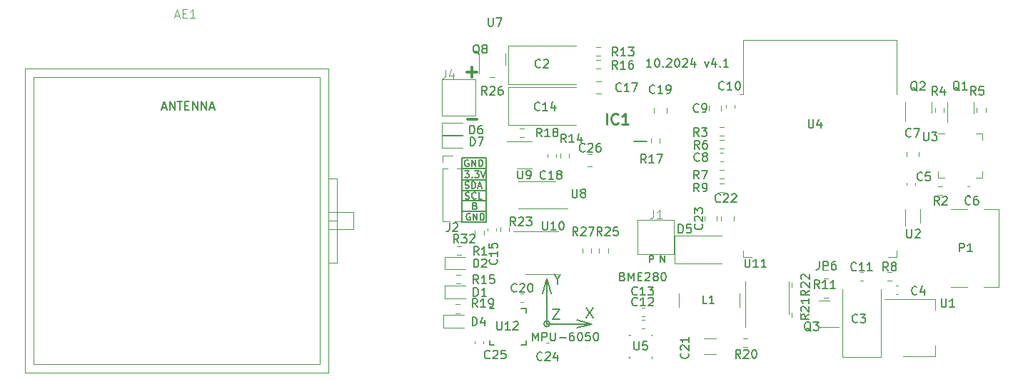
<source format=gbr>
%TF.GenerationSoftware,KiCad,Pcbnew,8.0.6*%
%TF.CreationDate,2024-11-01T17:42:55+02:00*%
%TF.ProjectId,gps_tracer,6770735f-7472-4616-9365-722e6b696361,rev?*%
%TF.SameCoordinates,Original*%
%TF.FileFunction,Legend,Top*%
%TF.FilePolarity,Positive*%
%FSLAX46Y46*%
G04 Gerber Fmt 4.6, Leading zero omitted, Abs format (unit mm)*
G04 Created by KiCad (PCBNEW 8.0.6) date 2024-11-01 17:42:55*
%MOMM*%
%LPD*%
G01*
G04 APERTURE LIST*
%ADD10C,0.150000*%
%ADD11C,0.200000*%
%ADD12C,0.300000*%
%ADD13C,0.254000*%
%ADD14C,0.100000*%
%ADD15C,0.120000*%
G04 APERTURE END LIST*
D10*
X50800000Y-58600000D02*
X53610000Y-58600000D01*
X51768207Y-57582390D02*
X51692017Y-57544295D01*
X51692017Y-57544295D02*
X51577731Y-57544295D01*
X51577731Y-57544295D02*
X51463445Y-57582390D01*
X51463445Y-57582390D02*
X51387255Y-57658580D01*
X51387255Y-57658580D02*
X51349160Y-57734771D01*
X51349160Y-57734771D02*
X51311064Y-57887152D01*
X51311064Y-57887152D02*
X51311064Y-58001438D01*
X51311064Y-58001438D02*
X51349160Y-58153819D01*
X51349160Y-58153819D02*
X51387255Y-58230009D01*
X51387255Y-58230009D02*
X51463445Y-58306200D01*
X51463445Y-58306200D02*
X51577731Y-58344295D01*
X51577731Y-58344295D02*
X51653922Y-58344295D01*
X51653922Y-58344295D02*
X51768207Y-58306200D01*
X51768207Y-58306200D02*
X51806303Y-58268104D01*
X51806303Y-58268104D02*
X51806303Y-58001438D01*
X51806303Y-58001438D02*
X51653922Y-58001438D01*
X52149160Y-58344295D02*
X52149160Y-57544295D01*
X52149160Y-57544295D02*
X52606303Y-58344295D01*
X52606303Y-58344295D02*
X52606303Y-57544295D01*
X52987255Y-58344295D02*
X52987255Y-57544295D01*
X52987255Y-57544295D02*
X53177731Y-57544295D01*
X53177731Y-57544295D02*
X53292017Y-57582390D01*
X53292017Y-57582390D02*
X53368207Y-57658580D01*
X53368207Y-57658580D02*
X53406302Y-57734771D01*
X53406302Y-57734771D02*
X53444398Y-57887152D01*
X53444398Y-57887152D02*
X53444398Y-58001438D01*
X53444398Y-58001438D02*
X53406302Y-58153819D01*
X53406302Y-58153819D02*
X53368207Y-58230009D01*
X53368207Y-58230009D02*
X53292017Y-58306200D01*
X53292017Y-58306200D02*
X53177731Y-58344295D01*
X53177731Y-58344295D02*
X52987255Y-58344295D01*
X52365826Y-56675247D02*
X52480112Y-56713342D01*
X52480112Y-56713342D02*
X52518207Y-56751438D01*
X52518207Y-56751438D02*
X52556303Y-56827628D01*
X52556303Y-56827628D02*
X52556303Y-56941914D01*
X52556303Y-56941914D02*
X52518207Y-57018104D01*
X52518207Y-57018104D02*
X52480112Y-57056200D01*
X52480112Y-57056200D02*
X52403922Y-57094295D01*
X52403922Y-57094295D02*
X52099160Y-57094295D01*
X52099160Y-57094295D02*
X52099160Y-56294295D01*
X52099160Y-56294295D02*
X52365826Y-56294295D01*
X52365826Y-56294295D02*
X52442017Y-56332390D01*
X52442017Y-56332390D02*
X52480112Y-56370485D01*
X52480112Y-56370485D02*
X52518207Y-56446676D01*
X52518207Y-56446676D02*
X52518207Y-56522866D01*
X52518207Y-56522866D02*
X52480112Y-56599057D01*
X52480112Y-56599057D02*
X52442017Y-56637152D01*
X52442017Y-56637152D02*
X52365826Y-56675247D01*
X52365826Y-56675247D02*
X52099160Y-56675247D01*
X50850000Y-57350000D02*
X53660000Y-57350000D01*
X53680000Y-50950000D02*
X53660000Y-58600000D01*
X50785000Y-53570000D02*
X53595000Y-53570000D01*
X51162969Y-52534295D02*
X51658207Y-52534295D01*
X51658207Y-52534295D02*
X51391541Y-52839057D01*
X51391541Y-52839057D02*
X51505826Y-52839057D01*
X51505826Y-52839057D02*
X51582017Y-52877152D01*
X51582017Y-52877152D02*
X51620112Y-52915247D01*
X51620112Y-52915247D02*
X51658207Y-52991438D01*
X51658207Y-52991438D02*
X51658207Y-53181914D01*
X51658207Y-53181914D02*
X51620112Y-53258104D01*
X51620112Y-53258104D02*
X51582017Y-53296200D01*
X51582017Y-53296200D02*
X51505826Y-53334295D01*
X51505826Y-53334295D02*
X51277255Y-53334295D01*
X51277255Y-53334295D02*
X51201064Y-53296200D01*
X51201064Y-53296200D02*
X51162969Y-53258104D01*
X52001065Y-53258104D02*
X52039160Y-53296200D01*
X52039160Y-53296200D02*
X52001065Y-53334295D01*
X52001065Y-53334295D02*
X51962969Y-53296200D01*
X51962969Y-53296200D02*
X52001065Y-53258104D01*
X52001065Y-53258104D02*
X52001065Y-53334295D01*
X52305826Y-52534295D02*
X52801064Y-52534295D01*
X52801064Y-52534295D02*
X52534398Y-52839057D01*
X52534398Y-52839057D02*
X52648683Y-52839057D01*
X52648683Y-52839057D02*
X52724874Y-52877152D01*
X52724874Y-52877152D02*
X52762969Y-52915247D01*
X52762969Y-52915247D02*
X52801064Y-52991438D01*
X52801064Y-52991438D02*
X52801064Y-53181914D01*
X52801064Y-53181914D02*
X52762969Y-53258104D01*
X52762969Y-53258104D02*
X52724874Y-53296200D01*
X52724874Y-53296200D02*
X52648683Y-53334295D01*
X52648683Y-53334295D02*
X52420112Y-53334295D01*
X52420112Y-53334295D02*
X52343921Y-53296200D01*
X52343921Y-53296200D02*
X52305826Y-53258104D01*
X53029636Y-52534295D02*
X53296303Y-53334295D01*
X53296303Y-53334295D02*
X53562969Y-52534295D01*
X53680000Y-50950000D02*
X50750000Y-50950000D01*
X51171064Y-54566200D02*
X51285350Y-54604295D01*
X51285350Y-54604295D02*
X51475826Y-54604295D01*
X51475826Y-54604295D02*
X51552017Y-54566200D01*
X51552017Y-54566200D02*
X51590112Y-54528104D01*
X51590112Y-54528104D02*
X51628207Y-54451914D01*
X51628207Y-54451914D02*
X51628207Y-54375723D01*
X51628207Y-54375723D02*
X51590112Y-54299533D01*
X51590112Y-54299533D02*
X51552017Y-54261438D01*
X51552017Y-54261438D02*
X51475826Y-54223342D01*
X51475826Y-54223342D02*
X51323445Y-54185247D01*
X51323445Y-54185247D02*
X51247255Y-54147152D01*
X51247255Y-54147152D02*
X51209160Y-54109057D01*
X51209160Y-54109057D02*
X51171064Y-54032866D01*
X51171064Y-54032866D02*
X51171064Y-53956676D01*
X51171064Y-53956676D02*
X51209160Y-53880485D01*
X51209160Y-53880485D02*
X51247255Y-53842390D01*
X51247255Y-53842390D02*
X51323445Y-53804295D01*
X51323445Y-53804295D02*
X51513922Y-53804295D01*
X51513922Y-53804295D02*
X51628207Y-53842390D01*
X51971065Y-54604295D02*
X51971065Y-53804295D01*
X51971065Y-53804295D02*
X52161541Y-53804295D01*
X52161541Y-53804295D02*
X52275827Y-53842390D01*
X52275827Y-53842390D02*
X52352017Y-53918580D01*
X52352017Y-53918580D02*
X52390112Y-53994771D01*
X52390112Y-53994771D02*
X52428208Y-54147152D01*
X52428208Y-54147152D02*
X52428208Y-54261438D01*
X52428208Y-54261438D02*
X52390112Y-54413819D01*
X52390112Y-54413819D02*
X52352017Y-54490009D01*
X52352017Y-54490009D02*
X52275827Y-54566200D01*
X52275827Y-54566200D02*
X52161541Y-54604295D01*
X52161541Y-54604295D02*
X51971065Y-54604295D01*
X52732969Y-54375723D02*
X53113922Y-54375723D01*
X52656779Y-54604295D02*
X52923446Y-53804295D01*
X52923446Y-53804295D02*
X53190112Y-54604295D01*
X50805000Y-52270000D02*
X53615000Y-52270000D01*
X53680000Y-56070000D02*
X50760000Y-56070000D01*
X51568207Y-51252390D02*
X51492017Y-51214295D01*
X51492017Y-51214295D02*
X51377731Y-51214295D01*
X51377731Y-51214295D02*
X51263445Y-51252390D01*
X51263445Y-51252390D02*
X51187255Y-51328580D01*
X51187255Y-51328580D02*
X51149160Y-51404771D01*
X51149160Y-51404771D02*
X51111064Y-51557152D01*
X51111064Y-51557152D02*
X51111064Y-51671438D01*
X51111064Y-51671438D02*
X51149160Y-51823819D01*
X51149160Y-51823819D02*
X51187255Y-51900009D01*
X51187255Y-51900009D02*
X51263445Y-51976200D01*
X51263445Y-51976200D02*
X51377731Y-52014295D01*
X51377731Y-52014295D02*
X51453922Y-52014295D01*
X51453922Y-52014295D02*
X51568207Y-51976200D01*
X51568207Y-51976200D02*
X51606303Y-51938104D01*
X51606303Y-51938104D02*
X51606303Y-51671438D01*
X51606303Y-51671438D02*
X51453922Y-51671438D01*
X51949160Y-52014295D02*
X51949160Y-51214295D01*
X51949160Y-51214295D02*
X52406303Y-52014295D01*
X52406303Y-52014295D02*
X52406303Y-51214295D01*
X52787255Y-52014295D02*
X52787255Y-51214295D01*
X52787255Y-51214295D02*
X52977731Y-51214295D01*
X52977731Y-51214295D02*
X53092017Y-51252390D01*
X53092017Y-51252390D02*
X53168207Y-51328580D01*
X53168207Y-51328580D02*
X53206302Y-51404771D01*
X53206302Y-51404771D02*
X53244398Y-51557152D01*
X53244398Y-51557152D02*
X53244398Y-51671438D01*
X53244398Y-51671438D02*
X53206302Y-51823819D01*
X53206302Y-51823819D02*
X53168207Y-51900009D01*
X53168207Y-51900009D02*
X53092017Y-51976200D01*
X53092017Y-51976200D02*
X52977731Y-52014295D01*
X52977731Y-52014295D02*
X52787255Y-52014295D01*
X50750000Y-50950000D02*
X50760000Y-58600000D01*
X50760000Y-54850000D02*
X53570000Y-54850000D01*
X51211064Y-55806200D02*
X51325350Y-55844295D01*
X51325350Y-55844295D02*
X51515826Y-55844295D01*
X51515826Y-55844295D02*
X51592017Y-55806200D01*
X51592017Y-55806200D02*
X51630112Y-55768104D01*
X51630112Y-55768104D02*
X51668207Y-55691914D01*
X51668207Y-55691914D02*
X51668207Y-55615723D01*
X51668207Y-55615723D02*
X51630112Y-55539533D01*
X51630112Y-55539533D02*
X51592017Y-55501438D01*
X51592017Y-55501438D02*
X51515826Y-55463342D01*
X51515826Y-55463342D02*
X51363445Y-55425247D01*
X51363445Y-55425247D02*
X51287255Y-55387152D01*
X51287255Y-55387152D02*
X51249160Y-55349057D01*
X51249160Y-55349057D02*
X51211064Y-55272866D01*
X51211064Y-55272866D02*
X51211064Y-55196676D01*
X51211064Y-55196676D02*
X51249160Y-55120485D01*
X51249160Y-55120485D02*
X51287255Y-55082390D01*
X51287255Y-55082390D02*
X51363445Y-55044295D01*
X51363445Y-55044295D02*
X51553922Y-55044295D01*
X51553922Y-55044295D02*
X51668207Y-55082390D01*
X52468208Y-55768104D02*
X52430112Y-55806200D01*
X52430112Y-55806200D02*
X52315827Y-55844295D01*
X52315827Y-55844295D02*
X52239636Y-55844295D01*
X52239636Y-55844295D02*
X52125350Y-55806200D01*
X52125350Y-55806200D02*
X52049160Y-55730009D01*
X52049160Y-55730009D02*
X52011065Y-55653819D01*
X52011065Y-55653819D02*
X51972969Y-55501438D01*
X51972969Y-55501438D02*
X51972969Y-55387152D01*
X51972969Y-55387152D02*
X52011065Y-55234771D01*
X52011065Y-55234771D02*
X52049160Y-55158580D01*
X52049160Y-55158580D02*
X52125350Y-55082390D01*
X52125350Y-55082390D02*
X52239636Y-55044295D01*
X52239636Y-55044295D02*
X52315827Y-55044295D01*
X52315827Y-55044295D02*
X52430112Y-55082390D01*
X52430112Y-55082390D02*
X52468208Y-55120485D01*
X53192017Y-55844295D02*
X52811065Y-55844295D01*
X52811065Y-55844295D02*
X52811065Y-55044295D01*
D11*
X61208553Y-70655000D02*
G75*
G02*
X60501447Y-70655000I-353553J0D01*
G01*
X60501447Y-70655000D02*
G75*
G02*
X61208553Y-70655000I353553J0D01*
G01*
X60855000Y-65305000D02*
X60355000Y-67055000D01*
X60855000Y-70655000D02*
X66205000Y-70655000D01*
X60855000Y-70655000D02*
X60855000Y-65305000D01*
X66205000Y-70655000D02*
X64455000Y-71155000D01*
X66205000Y-70655000D02*
X64455000Y-70155000D01*
X60855000Y-65305000D02*
X61355000Y-67055000D01*
X69859047Y-65048409D02*
X70001904Y-65096028D01*
X70001904Y-65096028D02*
X70049523Y-65143647D01*
X70049523Y-65143647D02*
X70097142Y-65238885D01*
X70097142Y-65238885D02*
X70097142Y-65381742D01*
X70097142Y-65381742D02*
X70049523Y-65476980D01*
X70049523Y-65476980D02*
X70001904Y-65524600D01*
X70001904Y-65524600D02*
X69906666Y-65572219D01*
X69906666Y-65572219D02*
X69525714Y-65572219D01*
X69525714Y-65572219D02*
X69525714Y-64572219D01*
X69525714Y-64572219D02*
X69859047Y-64572219D01*
X69859047Y-64572219D02*
X69954285Y-64619838D01*
X69954285Y-64619838D02*
X70001904Y-64667457D01*
X70001904Y-64667457D02*
X70049523Y-64762695D01*
X70049523Y-64762695D02*
X70049523Y-64857933D01*
X70049523Y-64857933D02*
X70001904Y-64953171D01*
X70001904Y-64953171D02*
X69954285Y-65000790D01*
X69954285Y-65000790D02*
X69859047Y-65048409D01*
X69859047Y-65048409D02*
X69525714Y-65048409D01*
X70525714Y-65572219D02*
X70525714Y-64572219D01*
X70525714Y-64572219D02*
X70859047Y-65286504D01*
X70859047Y-65286504D02*
X71192380Y-64572219D01*
X71192380Y-64572219D02*
X71192380Y-65572219D01*
X71668571Y-65048409D02*
X72001904Y-65048409D01*
X72144761Y-65572219D02*
X71668571Y-65572219D01*
X71668571Y-65572219D02*
X71668571Y-64572219D01*
X71668571Y-64572219D02*
X72144761Y-64572219D01*
X72525714Y-64667457D02*
X72573333Y-64619838D01*
X72573333Y-64619838D02*
X72668571Y-64572219D01*
X72668571Y-64572219D02*
X72906666Y-64572219D01*
X72906666Y-64572219D02*
X73001904Y-64619838D01*
X73001904Y-64619838D02*
X73049523Y-64667457D01*
X73049523Y-64667457D02*
X73097142Y-64762695D01*
X73097142Y-64762695D02*
X73097142Y-64857933D01*
X73097142Y-64857933D02*
X73049523Y-65000790D01*
X73049523Y-65000790D02*
X72478095Y-65572219D01*
X72478095Y-65572219D02*
X73097142Y-65572219D01*
X73668571Y-65000790D02*
X73573333Y-64953171D01*
X73573333Y-64953171D02*
X73525714Y-64905552D01*
X73525714Y-64905552D02*
X73478095Y-64810314D01*
X73478095Y-64810314D02*
X73478095Y-64762695D01*
X73478095Y-64762695D02*
X73525714Y-64667457D01*
X73525714Y-64667457D02*
X73573333Y-64619838D01*
X73573333Y-64619838D02*
X73668571Y-64572219D01*
X73668571Y-64572219D02*
X73859047Y-64572219D01*
X73859047Y-64572219D02*
X73954285Y-64619838D01*
X73954285Y-64619838D02*
X74001904Y-64667457D01*
X74001904Y-64667457D02*
X74049523Y-64762695D01*
X74049523Y-64762695D02*
X74049523Y-64810314D01*
X74049523Y-64810314D02*
X74001904Y-64905552D01*
X74001904Y-64905552D02*
X73954285Y-64953171D01*
X73954285Y-64953171D02*
X73859047Y-65000790D01*
X73859047Y-65000790D02*
X73668571Y-65000790D01*
X73668571Y-65000790D02*
X73573333Y-65048409D01*
X73573333Y-65048409D02*
X73525714Y-65096028D01*
X73525714Y-65096028D02*
X73478095Y-65191266D01*
X73478095Y-65191266D02*
X73478095Y-65381742D01*
X73478095Y-65381742D02*
X73525714Y-65476980D01*
X73525714Y-65476980D02*
X73573333Y-65524600D01*
X73573333Y-65524600D02*
X73668571Y-65572219D01*
X73668571Y-65572219D02*
X73859047Y-65572219D01*
X73859047Y-65572219D02*
X73954285Y-65524600D01*
X73954285Y-65524600D02*
X74001904Y-65476980D01*
X74001904Y-65476980D02*
X74049523Y-65381742D01*
X74049523Y-65381742D02*
X74049523Y-65191266D01*
X74049523Y-65191266D02*
X74001904Y-65096028D01*
X74001904Y-65096028D02*
X73954285Y-65048409D01*
X73954285Y-65048409D02*
X73859047Y-65000790D01*
X74668571Y-64572219D02*
X74763809Y-64572219D01*
X74763809Y-64572219D02*
X74859047Y-64619838D01*
X74859047Y-64619838D02*
X74906666Y-64667457D01*
X74906666Y-64667457D02*
X74954285Y-64762695D01*
X74954285Y-64762695D02*
X75001904Y-64953171D01*
X75001904Y-64953171D02*
X75001904Y-65191266D01*
X75001904Y-65191266D02*
X74954285Y-65381742D01*
X74954285Y-65381742D02*
X74906666Y-65476980D01*
X74906666Y-65476980D02*
X74859047Y-65524600D01*
X74859047Y-65524600D02*
X74763809Y-65572219D01*
X74763809Y-65572219D02*
X74668571Y-65572219D01*
X74668571Y-65572219D02*
X74573333Y-65524600D01*
X74573333Y-65524600D02*
X74525714Y-65476980D01*
X74525714Y-65476980D02*
X74478095Y-65381742D01*
X74478095Y-65381742D02*
X74430476Y-65191266D01*
X74430476Y-65191266D02*
X74430476Y-64953171D01*
X74430476Y-64953171D02*
X74478095Y-64762695D01*
X74478095Y-64762695D02*
X74525714Y-64667457D01*
X74525714Y-64667457D02*
X74573333Y-64619838D01*
X74573333Y-64619838D02*
X74668571Y-64572219D01*
D10*
X74359160Y-63364295D02*
X74359160Y-62564295D01*
X74359160Y-62564295D02*
X74816303Y-63364295D01*
X74816303Y-63364295D02*
X74816303Y-62564295D01*
D11*
X73264285Y-40202219D02*
X72692857Y-40202219D01*
X72978571Y-40202219D02*
X72978571Y-39202219D01*
X72978571Y-39202219D02*
X72883333Y-39345076D01*
X72883333Y-39345076D02*
X72788095Y-39440314D01*
X72788095Y-39440314D02*
X72692857Y-39487933D01*
X73883333Y-39202219D02*
X73978571Y-39202219D01*
X73978571Y-39202219D02*
X74073809Y-39249838D01*
X74073809Y-39249838D02*
X74121428Y-39297457D01*
X74121428Y-39297457D02*
X74169047Y-39392695D01*
X74169047Y-39392695D02*
X74216666Y-39583171D01*
X74216666Y-39583171D02*
X74216666Y-39821266D01*
X74216666Y-39821266D02*
X74169047Y-40011742D01*
X74169047Y-40011742D02*
X74121428Y-40106980D01*
X74121428Y-40106980D02*
X74073809Y-40154600D01*
X74073809Y-40154600D02*
X73978571Y-40202219D01*
X73978571Y-40202219D02*
X73883333Y-40202219D01*
X73883333Y-40202219D02*
X73788095Y-40154600D01*
X73788095Y-40154600D02*
X73740476Y-40106980D01*
X73740476Y-40106980D02*
X73692857Y-40011742D01*
X73692857Y-40011742D02*
X73645238Y-39821266D01*
X73645238Y-39821266D02*
X73645238Y-39583171D01*
X73645238Y-39583171D02*
X73692857Y-39392695D01*
X73692857Y-39392695D02*
X73740476Y-39297457D01*
X73740476Y-39297457D02*
X73788095Y-39249838D01*
X73788095Y-39249838D02*
X73883333Y-39202219D01*
X74645238Y-40106980D02*
X74692857Y-40154600D01*
X74692857Y-40154600D02*
X74645238Y-40202219D01*
X74645238Y-40202219D02*
X74597619Y-40154600D01*
X74597619Y-40154600D02*
X74645238Y-40106980D01*
X74645238Y-40106980D02*
X74645238Y-40202219D01*
X75073809Y-39297457D02*
X75121428Y-39249838D01*
X75121428Y-39249838D02*
X75216666Y-39202219D01*
X75216666Y-39202219D02*
X75454761Y-39202219D01*
X75454761Y-39202219D02*
X75549999Y-39249838D01*
X75549999Y-39249838D02*
X75597618Y-39297457D01*
X75597618Y-39297457D02*
X75645237Y-39392695D01*
X75645237Y-39392695D02*
X75645237Y-39487933D01*
X75645237Y-39487933D02*
X75597618Y-39630790D01*
X75597618Y-39630790D02*
X75026190Y-40202219D01*
X75026190Y-40202219D02*
X75645237Y-40202219D01*
X76264285Y-39202219D02*
X76359523Y-39202219D01*
X76359523Y-39202219D02*
X76454761Y-39249838D01*
X76454761Y-39249838D02*
X76502380Y-39297457D01*
X76502380Y-39297457D02*
X76549999Y-39392695D01*
X76549999Y-39392695D02*
X76597618Y-39583171D01*
X76597618Y-39583171D02*
X76597618Y-39821266D01*
X76597618Y-39821266D02*
X76549999Y-40011742D01*
X76549999Y-40011742D02*
X76502380Y-40106980D01*
X76502380Y-40106980D02*
X76454761Y-40154600D01*
X76454761Y-40154600D02*
X76359523Y-40202219D01*
X76359523Y-40202219D02*
X76264285Y-40202219D01*
X76264285Y-40202219D02*
X76169047Y-40154600D01*
X76169047Y-40154600D02*
X76121428Y-40106980D01*
X76121428Y-40106980D02*
X76073809Y-40011742D01*
X76073809Y-40011742D02*
X76026190Y-39821266D01*
X76026190Y-39821266D02*
X76026190Y-39583171D01*
X76026190Y-39583171D02*
X76073809Y-39392695D01*
X76073809Y-39392695D02*
X76121428Y-39297457D01*
X76121428Y-39297457D02*
X76169047Y-39249838D01*
X76169047Y-39249838D02*
X76264285Y-39202219D01*
X76978571Y-39297457D02*
X77026190Y-39249838D01*
X77026190Y-39249838D02*
X77121428Y-39202219D01*
X77121428Y-39202219D02*
X77359523Y-39202219D01*
X77359523Y-39202219D02*
X77454761Y-39249838D01*
X77454761Y-39249838D02*
X77502380Y-39297457D01*
X77502380Y-39297457D02*
X77549999Y-39392695D01*
X77549999Y-39392695D02*
X77549999Y-39487933D01*
X77549999Y-39487933D02*
X77502380Y-39630790D01*
X77502380Y-39630790D02*
X76930952Y-40202219D01*
X76930952Y-40202219D02*
X77549999Y-40202219D01*
X78407142Y-39535552D02*
X78407142Y-40202219D01*
X78169047Y-39154600D02*
X77930952Y-39868885D01*
X77930952Y-39868885D02*
X78549999Y-39868885D01*
X79597619Y-39535552D02*
X79835714Y-40202219D01*
X79835714Y-40202219D02*
X80073809Y-39535552D01*
X80883333Y-39535552D02*
X80883333Y-40202219D01*
X80645238Y-39154600D02*
X80407143Y-39868885D01*
X80407143Y-39868885D02*
X81026190Y-39868885D01*
X81407143Y-40106980D02*
X81454762Y-40154600D01*
X81454762Y-40154600D02*
X81407143Y-40202219D01*
X81407143Y-40202219D02*
X81359524Y-40154600D01*
X81359524Y-40154600D02*
X81407143Y-40106980D01*
X81407143Y-40106980D02*
X81407143Y-40202219D01*
X82407142Y-40202219D02*
X81835714Y-40202219D01*
X82121428Y-40202219D02*
X82121428Y-39202219D01*
X82121428Y-39202219D02*
X82026190Y-39345076D01*
X82026190Y-39345076D02*
X81930952Y-39440314D01*
X81930952Y-39440314D02*
X81835714Y-39487933D01*
X61583006Y-68922742D02*
X62383006Y-68922742D01*
X62383006Y-68922742D02*
X61583006Y-70122742D01*
X61583006Y-70122742D02*
X62383006Y-70122742D01*
D12*
X51384510Y-40819400D02*
X52527368Y-40819400D01*
X51955939Y-41390828D02*
X51955939Y-40247971D01*
D10*
X73059160Y-63334295D02*
X73059160Y-62534295D01*
X73059160Y-62534295D02*
X73363922Y-62534295D01*
X73363922Y-62534295D02*
X73440112Y-62572390D01*
X73440112Y-62572390D02*
X73478207Y-62610485D01*
X73478207Y-62610485D02*
X73516303Y-62686676D01*
X73516303Y-62686676D02*
X73516303Y-62800961D01*
X73516303Y-62800961D02*
X73478207Y-62877152D01*
X73478207Y-62877152D02*
X73440112Y-62915247D01*
X73440112Y-62915247D02*
X73363922Y-62953342D01*
X73363922Y-62953342D02*
X73059160Y-62953342D01*
D11*
X65533006Y-68747742D02*
X66333006Y-69947742D01*
X66333006Y-68747742D02*
X65533006Y-69947742D01*
D12*
X51444510Y-46369400D02*
X52587368Y-46369400D01*
D11*
X62100863Y-65376314D02*
X62100863Y-65947742D01*
X61700863Y-64747742D02*
X62100863Y-65376314D01*
X62100863Y-65376314D02*
X62500863Y-64747742D01*
D13*
X67981037Y-46980118D02*
X67981037Y-45710118D01*
X69311514Y-46859165D02*
X69251038Y-46919642D01*
X69251038Y-46919642D02*
X69069609Y-46980118D01*
X69069609Y-46980118D02*
X68948657Y-46980118D01*
X68948657Y-46980118D02*
X68767228Y-46919642D01*
X68767228Y-46919642D02*
X68646276Y-46798689D01*
X68646276Y-46798689D02*
X68585799Y-46677737D01*
X68585799Y-46677737D02*
X68525323Y-46435832D01*
X68525323Y-46435832D02*
X68525323Y-46254403D01*
X68525323Y-46254403D02*
X68585799Y-46012499D01*
X68585799Y-46012499D02*
X68646276Y-45891546D01*
X68646276Y-45891546D02*
X68767228Y-45770594D01*
X68767228Y-45770594D02*
X68948657Y-45710118D01*
X68948657Y-45710118D02*
X69069609Y-45710118D01*
X69069609Y-45710118D02*
X69251038Y-45770594D01*
X69251038Y-45770594D02*
X69311514Y-45831070D01*
X70521038Y-46980118D02*
X69795323Y-46980118D01*
X70158180Y-46980118D02*
X70158180Y-45710118D01*
X70158180Y-45710118D02*
X70037228Y-45891546D01*
X70037228Y-45891546D02*
X69916276Y-46012499D01*
X69916276Y-46012499D02*
X69795323Y-46072975D01*
D10*
X50407142Y-61054819D02*
X50073809Y-60578628D01*
X49835714Y-61054819D02*
X49835714Y-60054819D01*
X49835714Y-60054819D02*
X50216666Y-60054819D01*
X50216666Y-60054819D02*
X50311904Y-60102438D01*
X50311904Y-60102438D02*
X50359523Y-60150057D01*
X50359523Y-60150057D02*
X50407142Y-60245295D01*
X50407142Y-60245295D02*
X50407142Y-60388152D01*
X50407142Y-60388152D02*
X50359523Y-60483390D01*
X50359523Y-60483390D02*
X50311904Y-60531009D01*
X50311904Y-60531009D02*
X50216666Y-60578628D01*
X50216666Y-60578628D02*
X49835714Y-60578628D01*
X50740476Y-60054819D02*
X51359523Y-60054819D01*
X51359523Y-60054819D02*
X51026190Y-60435771D01*
X51026190Y-60435771D02*
X51169047Y-60435771D01*
X51169047Y-60435771D02*
X51264285Y-60483390D01*
X51264285Y-60483390D02*
X51311904Y-60531009D01*
X51311904Y-60531009D02*
X51359523Y-60626247D01*
X51359523Y-60626247D02*
X51359523Y-60864342D01*
X51359523Y-60864342D02*
X51311904Y-60959580D01*
X51311904Y-60959580D02*
X51264285Y-61007200D01*
X51264285Y-61007200D02*
X51169047Y-61054819D01*
X51169047Y-61054819D02*
X50883333Y-61054819D01*
X50883333Y-61054819D02*
X50788095Y-61007200D01*
X50788095Y-61007200D02*
X50740476Y-60959580D01*
X51740476Y-60150057D02*
X51788095Y-60102438D01*
X51788095Y-60102438D02*
X51883333Y-60054819D01*
X51883333Y-60054819D02*
X52121428Y-60054819D01*
X52121428Y-60054819D02*
X52216666Y-60102438D01*
X52216666Y-60102438D02*
X52264285Y-60150057D01*
X52264285Y-60150057D02*
X52311904Y-60245295D01*
X52311904Y-60245295D02*
X52311904Y-60340533D01*
X52311904Y-60340533D02*
X52264285Y-60483390D01*
X52264285Y-60483390D02*
X51692857Y-61054819D01*
X51692857Y-61054819D02*
X52311904Y-61054819D01*
X57157142Y-59004819D02*
X56823809Y-58528628D01*
X56585714Y-59004819D02*
X56585714Y-58004819D01*
X56585714Y-58004819D02*
X56966666Y-58004819D01*
X56966666Y-58004819D02*
X57061904Y-58052438D01*
X57061904Y-58052438D02*
X57109523Y-58100057D01*
X57109523Y-58100057D02*
X57157142Y-58195295D01*
X57157142Y-58195295D02*
X57157142Y-58338152D01*
X57157142Y-58338152D02*
X57109523Y-58433390D01*
X57109523Y-58433390D02*
X57061904Y-58481009D01*
X57061904Y-58481009D02*
X56966666Y-58528628D01*
X56966666Y-58528628D02*
X56585714Y-58528628D01*
X57538095Y-58100057D02*
X57585714Y-58052438D01*
X57585714Y-58052438D02*
X57680952Y-58004819D01*
X57680952Y-58004819D02*
X57919047Y-58004819D01*
X57919047Y-58004819D02*
X58014285Y-58052438D01*
X58014285Y-58052438D02*
X58061904Y-58100057D01*
X58061904Y-58100057D02*
X58109523Y-58195295D01*
X58109523Y-58195295D02*
X58109523Y-58290533D01*
X58109523Y-58290533D02*
X58061904Y-58433390D01*
X58061904Y-58433390D02*
X57490476Y-59004819D01*
X57490476Y-59004819D02*
X58109523Y-59004819D01*
X58442857Y-58004819D02*
X59061904Y-58004819D01*
X59061904Y-58004819D02*
X58728571Y-58385771D01*
X58728571Y-58385771D02*
X58871428Y-58385771D01*
X58871428Y-58385771D02*
X58966666Y-58433390D01*
X58966666Y-58433390D02*
X59014285Y-58481009D01*
X59014285Y-58481009D02*
X59061904Y-58576247D01*
X59061904Y-58576247D02*
X59061904Y-58814342D01*
X59061904Y-58814342D02*
X59014285Y-58909580D01*
X59014285Y-58909580D02*
X58966666Y-58957200D01*
X58966666Y-58957200D02*
X58871428Y-59004819D01*
X58871428Y-59004819D02*
X58585714Y-59004819D01*
X58585714Y-59004819D02*
X58490476Y-58957200D01*
X58490476Y-58957200D02*
X58442857Y-58909580D01*
X54909580Y-62992857D02*
X54957200Y-63040476D01*
X54957200Y-63040476D02*
X55004819Y-63183333D01*
X55004819Y-63183333D02*
X55004819Y-63278571D01*
X55004819Y-63278571D02*
X54957200Y-63421428D01*
X54957200Y-63421428D02*
X54861961Y-63516666D01*
X54861961Y-63516666D02*
X54766723Y-63564285D01*
X54766723Y-63564285D02*
X54576247Y-63611904D01*
X54576247Y-63611904D02*
X54433390Y-63611904D01*
X54433390Y-63611904D02*
X54242914Y-63564285D01*
X54242914Y-63564285D02*
X54147676Y-63516666D01*
X54147676Y-63516666D02*
X54052438Y-63421428D01*
X54052438Y-63421428D02*
X54004819Y-63278571D01*
X54004819Y-63278571D02*
X54004819Y-63183333D01*
X54004819Y-63183333D02*
X54052438Y-63040476D01*
X54052438Y-63040476D02*
X54100057Y-62992857D01*
X55004819Y-62040476D02*
X55004819Y-62611904D01*
X55004819Y-62326190D02*
X54004819Y-62326190D01*
X54004819Y-62326190D02*
X54147676Y-62421428D01*
X54147676Y-62421428D02*
X54242914Y-62516666D01*
X54242914Y-62516666D02*
X54290533Y-62611904D01*
X54004819Y-61135714D02*
X54004819Y-61611904D01*
X54004819Y-61611904D02*
X54481009Y-61659523D01*
X54481009Y-61659523D02*
X54433390Y-61611904D01*
X54433390Y-61611904D02*
X54385771Y-61516666D01*
X54385771Y-61516666D02*
X54385771Y-61278571D01*
X54385771Y-61278571D02*
X54433390Y-61183333D01*
X54433390Y-61183333D02*
X54481009Y-61135714D01*
X54481009Y-61135714D02*
X54576247Y-61088095D01*
X54576247Y-61088095D02*
X54814342Y-61088095D01*
X54814342Y-61088095D02*
X54909580Y-61135714D01*
X54909580Y-61135714D02*
X54957200Y-61183333D01*
X54957200Y-61183333D02*
X55004819Y-61278571D01*
X55004819Y-61278571D02*
X55004819Y-61516666D01*
X55004819Y-61516666D02*
X54957200Y-61611904D01*
X54957200Y-61611904D02*
X54909580Y-61659523D01*
X52747142Y-65874819D02*
X52413809Y-65398628D01*
X52175714Y-65874819D02*
X52175714Y-64874819D01*
X52175714Y-64874819D02*
X52556666Y-64874819D01*
X52556666Y-64874819D02*
X52651904Y-64922438D01*
X52651904Y-64922438D02*
X52699523Y-64970057D01*
X52699523Y-64970057D02*
X52747142Y-65065295D01*
X52747142Y-65065295D02*
X52747142Y-65208152D01*
X52747142Y-65208152D02*
X52699523Y-65303390D01*
X52699523Y-65303390D02*
X52651904Y-65351009D01*
X52651904Y-65351009D02*
X52556666Y-65398628D01*
X52556666Y-65398628D02*
X52175714Y-65398628D01*
X53699523Y-65874819D02*
X53128095Y-65874819D01*
X53413809Y-65874819D02*
X53413809Y-64874819D01*
X53413809Y-64874819D02*
X53318571Y-65017676D01*
X53318571Y-65017676D02*
X53223333Y-65112914D01*
X53223333Y-65112914D02*
X53128095Y-65160533D01*
X54604285Y-64874819D02*
X54128095Y-64874819D01*
X54128095Y-64874819D02*
X54080476Y-65351009D01*
X54080476Y-65351009D02*
X54128095Y-65303390D01*
X54128095Y-65303390D02*
X54223333Y-65255771D01*
X54223333Y-65255771D02*
X54461428Y-65255771D01*
X54461428Y-65255771D02*
X54556666Y-65303390D01*
X54556666Y-65303390D02*
X54604285Y-65351009D01*
X54604285Y-65351009D02*
X54651904Y-65446247D01*
X54651904Y-65446247D02*
X54651904Y-65684342D01*
X54651904Y-65684342D02*
X54604285Y-65779580D01*
X54604285Y-65779580D02*
X54556666Y-65827200D01*
X54556666Y-65827200D02*
X54461428Y-65874819D01*
X54461428Y-65874819D02*
X54223333Y-65874819D01*
X54223333Y-65874819D02*
X54128095Y-65827200D01*
X54128095Y-65827200D02*
X54080476Y-65779580D01*
X57277142Y-66779580D02*
X57229523Y-66827200D01*
X57229523Y-66827200D02*
X57086666Y-66874819D01*
X57086666Y-66874819D02*
X56991428Y-66874819D01*
X56991428Y-66874819D02*
X56848571Y-66827200D01*
X56848571Y-66827200D02*
X56753333Y-66731961D01*
X56753333Y-66731961D02*
X56705714Y-66636723D01*
X56705714Y-66636723D02*
X56658095Y-66446247D01*
X56658095Y-66446247D02*
X56658095Y-66303390D01*
X56658095Y-66303390D02*
X56705714Y-66112914D01*
X56705714Y-66112914D02*
X56753333Y-66017676D01*
X56753333Y-66017676D02*
X56848571Y-65922438D01*
X56848571Y-65922438D02*
X56991428Y-65874819D01*
X56991428Y-65874819D02*
X57086666Y-65874819D01*
X57086666Y-65874819D02*
X57229523Y-65922438D01*
X57229523Y-65922438D02*
X57277142Y-65970057D01*
X57658095Y-65970057D02*
X57705714Y-65922438D01*
X57705714Y-65922438D02*
X57800952Y-65874819D01*
X57800952Y-65874819D02*
X58039047Y-65874819D01*
X58039047Y-65874819D02*
X58134285Y-65922438D01*
X58134285Y-65922438D02*
X58181904Y-65970057D01*
X58181904Y-65970057D02*
X58229523Y-66065295D01*
X58229523Y-66065295D02*
X58229523Y-66160533D01*
X58229523Y-66160533D02*
X58181904Y-66303390D01*
X58181904Y-66303390D02*
X57610476Y-66874819D01*
X57610476Y-66874819D02*
X58229523Y-66874819D01*
X58848571Y-65874819D02*
X58943809Y-65874819D01*
X58943809Y-65874819D02*
X59039047Y-65922438D01*
X59039047Y-65922438D02*
X59086666Y-65970057D01*
X59086666Y-65970057D02*
X59134285Y-66065295D01*
X59134285Y-66065295D02*
X59181904Y-66255771D01*
X59181904Y-66255771D02*
X59181904Y-66493866D01*
X59181904Y-66493866D02*
X59134285Y-66684342D01*
X59134285Y-66684342D02*
X59086666Y-66779580D01*
X59086666Y-66779580D02*
X59039047Y-66827200D01*
X59039047Y-66827200D02*
X58943809Y-66874819D01*
X58943809Y-66874819D02*
X58848571Y-66874819D01*
X58848571Y-66874819D02*
X58753333Y-66827200D01*
X58753333Y-66827200D02*
X58705714Y-66779580D01*
X58705714Y-66779580D02*
X58658095Y-66684342D01*
X58658095Y-66684342D02*
X58610476Y-66493866D01*
X58610476Y-66493866D02*
X58610476Y-66255771D01*
X58610476Y-66255771D02*
X58658095Y-66065295D01*
X58658095Y-66065295D02*
X58705714Y-65970057D01*
X58705714Y-65970057D02*
X58753333Y-65922438D01*
X58753333Y-65922438D02*
X58848571Y-65874819D01*
X64537142Y-60184819D02*
X64203809Y-59708628D01*
X63965714Y-60184819D02*
X63965714Y-59184819D01*
X63965714Y-59184819D02*
X64346666Y-59184819D01*
X64346666Y-59184819D02*
X64441904Y-59232438D01*
X64441904Y-59232438D02*
X64489523Y-59280057D01*
X64489523Y-59280057D02*
X64537142Y-59375295D01*
X64537142Y-59375295D02*
X64537142Y-59518152D01*
X64537142Y-59518152D02*
X64489523Y-59613390D01*
X64489523Y-59613390D02*
X64441904Y-59661009D01*
X64441904Y-59661009D02*
X64346666Y-59708628D01*
X64346666Y-59708628D02*
X63965714Y-59708628D01*
X64918095Y-59280057D02*
X64965714Y-59232438D01*
X64965714Y-59232438D02*
X65060952Y-59184819D01*
X65060952Y-59184819D02*
X65299047Y-59184819D01*
X65299047Y-59184819D02*
X65394285Y-59232438D01*
X65394285Y-59232438D02*
X65441904Y-59280057D01*
X65441904Y-59280057D02*
X65489523Y-59375295D01*
X65489523Y-59375295D02*
X65489523Y-59470533D01*
X65489523Y-59470533D02*
X65441904Y-59613390D01*
X65441904Y-59613390D02*
X64870476Y-60184819D01*
X64870476Y-60184819D02*
X65489523Y-60184819D01*
X65822857Y-59184819D02*
X66489523Y-59184819D01*
X66489523Y-59184819D02*
X66060952Y-60184819D01*
X109800361Y-42995757D02*
X109705123Y-42948138D01*
X109705123Y-42948138D02*
X109609885Y-42852900D01*
X109609885Y-42852900D02*
X109467028Y-42710042D01*
X109467028Y-42710042D02*
X109371790Y-42662423D01*
X109371790Y-42662423D02*
X109276552Y-42662423D01*
X109324171Y-42900519D02*
X109228933Y-42852900D01*
X109228933Y-42852900D02*
X109133695Y-42757661D01*
X109133695Y-42757661D02*
X109086076Y-42567185D01*
X109086076Y-42567185D02*
X109086076Y-42233852D01*
X109086076Y-42233852D02*
X109133695Y-42043376D01*
X109133695Y-42043376D02*
X109228933Y-41948138D01*
X109228933Y-41948138D02*
X109324171Y-41900519D01*
X109324171Y-41900519D02*
X109514647Y-41900519D01*
X109514647Y-41900519D02*
X109609885Y-41948138D01*
X109609885Y-41948138D02*
X109705123Y-42043376D01*
X109705123Y-42043376D02*
X109752742Y-42233852D01*
X109752742Y-42233852D02*
X109752742Y-42567185D01*
X109752742Y-42567185D02*
X109705123Y-42757661D01*
X109705123Y-42757661D02*
X109609885Y-42852900D01*
X109609885Y-42852900D02*
X109514647Y-42900519D01*
X109514647Y-42900519D02*
X109324171Y-42900519D01*
X110705123Y-42900519D02*
X110133695Y-42900519D01*
X110419409Y-42900519D02*
X110419409Y-41900519D01*
X110419409Y-41900519D02*
X110324171Y-42043376D01*
X110324171Y-42043376D02*
X110228933Y-42138614D01*
X110228933Y-42138614D02*
X110133695Y-42186233D01*
X104760733Y-67110780D02*
X104713114Y-67158400D01*
X104713114Y-67158400D02*
X104570257Y-67206019D01*
X104570257Y-67206019D02*
X104475019Y-67206019D01*
X104475019Y-67206019D02*
X104332162Y-67158400D01*
X104332162Y-67158400D02*
X104236924Y-67063161D01*
X104236924Y-67063161D02*
X104189305Y-66967923D01*
X104189305Y-66967923D02*
X104141686Y-66777447D01*
X104141686Y-66777447D02*
X104141686Y-66634590D01*
X104141686Y-66634590D02*
X104189305Y-66444114D01*
X104189305Y-66444114D02*
X104236924Y-66348876D01*
X104236924Y-66348876D02*
X104332162Y-66253638D01*
X104332162Y-66253638D02*
X104475019Y-66206019D01*
X104475019Y-66206019D02*
X104570257Y-66206019D01*
X104570257Y-66206019D02*
X104713114Y-66253638D01*
X104713114Y-66253638D02*
X104760733Y-66301257D01*
X105617876Y-66539352D02*
X105617876Y-67206019D01*
X105379781Y-66158400D02*
X105141686Y-66872685D01*
X105141686Y-66872685D02*
X105760733Y-66872685D01*
X83837542Y-74724419D02*
X83504209Y-74248228D01*
X83266114Y-74724419D02*
X83266114Y-73724419D01*
X83266114Y-73724419D02*
X83647066Y-73724419D01*
X83647066Y-73724419D02*
X83742304Y-73772038D01*
X83742304Y-73772038D02*
X83789923Y-73819657D01*
X83789923Y-73819657D02*
X83837542Y-73914895D01*
X83837542Y-73914895D02*
X83837542Y-74057752D01*
X83837542Y-74057752D02*
X83789923Y-74152990D01*
X83789923Y-74152990D02*
X83742304Y-74200609D01*
X83742304Y-74200609D02*
X83647066Y-74248228D01*
X83647066Y-74248228D02*
X83266114Y-74248228D01*
X84218495Y-73819657D02*
X84266114Y-73772038D01*
X84266114Y-73772038D02*
X84361352Y-73724419D01*
X84361352Y-73724419D02*
X84599447Y-73724419D01*
X84599447Y-73724419D02*
X84694685Y-73772038D01*
X84694685Y-73772038D02*
X84742304Y-73819657D01*
X84742304Y-73819657D02*
X84789923Y-73914895D01*
X84789923Y-73914895D02*
X84789923Y-74010133D01*
X84789923Y-74010133D02*
X84742304Y-74152990D01*
X84742304Y-74152990D02*
X84170876Y-74724419D01*
X84170876Y-74724419D02*
X84789923Y-74724419D01*
X85408971Y-73724419D02*
X85504209Y-73724419D01*
X85504209Y-73724419D02*
X85599447Y-73772038D01*
X85599447Y-73772038D02*
X85647066Y-73819657D01*
X85647066Y-73819657D02*
X85694685Y-73914895D01*
X85694685Y-73914895D02*
X85742304Y-74105371D01*
X85742304Y-74105371D02*
X85742304Y-74343466D01*
X85742304Y-74343466D02*
X85694685Y-74533942D01*
X85694685Y-74533942D02*
X85647066Y-74629180D01*
X85647066Y-74629180D02*
X85599447Y-74676800D01*
X85599447Y-74676800D02*
X85504209Y-74724419D01*
X85504209Y-74724419D02*
X85408971Y-74724419D01*
X85408971Y-74724419D02*
X85313733Y-74676800D01*
X85313733Y-74676800D02*
X85266114Y-74629180D01*
X85266114Y-74629180D02*
X85218495Y-74533942D01*
X85218495Y-74533942D02*
X85170876Y-74343466D01*
X85170876Y-74343466D02*
X85170876Y-74105371D01*
X85170876Y-74105371D02*
X85218495Y-73914895D01*
X85218495Y-73914895D02*
X85266114Y-73819657D01*
X85266114Y-73819657D02*
X85313733Y-73772038D01*
X85313733Y-73772038D02*
X85408971Y-73724419D01*
X54097142Y-74694580D02*
X54049523Y-74742200D01*
X54049523Y-74742200D02*
X53906666Y-74789819D01*
X53906666Y-74789819D02*
X53811428Y-74789819D01*
X53811428Y-74789819D02*
X53668571Y-74742200D01*
X53668571Y-74742200D02*
X53573333Y-74646961D01*
X53573333Y-74646961D02*
X53525714Y-74551723D01*
X53525714Y-74551723D02*
X53478095Y-74361247D01*
X53478095Y-74361247D02*
X53478095Y-74218390D01*
X53478095Y-74218390D02*
X53525714Y-74027914D01*
X53525714Y-74027914D02*
X53573333Y-73932676D01*
X53573333Y-73932676D02*
X53668571Y-73837438D01*
X53668571Y-73837438D02*
X53811428Y-73789819D01*
X53811428Y-73789819D02*
X53906666Y-73789819D01*
X53906666Y-73789819D02*
X54049523Y-73837438D01*
X54049523Y-73837438D02*
X54097142Y-73885057D01*
X54478095Y-73885057D02*
X54525714Y-73837438D01*
X54525714Y-73837438D02*
X54620952Y-73789819D01*
X54620952Y-73789819D02*
X54859047Y-73789819D01*
X54859047Y-73789819D02*
X54954285Y-73837438D01*
X54954285Y-73837438D02*
X55001904Y-73885057D01*
X55001904Y-73885057D02*
X55049523Y-73980295D01*
X55049523Y-73980295D02*
X55049523Y-74075533D01*
X55049523Y-74075533D02*
X55001904Y-74218390D01*
X55001904Y-74218390D02*
X54430476Y-74789819D01*
X54430476Y-74789819D02*
X55049523Y-74789819D01*
X55954285Y-73789819D02*
X55478095Y-73789819D01*
X55478095Y-73789819D02*
X55430476Y-74266009D01*
X55430476Y-74266009D02*
X55478095Y-74218390D01*
X55478095Y-74218390D02*
X55573333Y-74170771D01*
X55573333Y-74170771D02*
X55811428Y-74170771D01*
X55811428Y-74170771D02*
X55906666Y-74218390D01*
X55906666Y-74218390D02*
X55954285Y-74266009D01*
X55954285Y-74266009D02*
X56001904Y-74361247D01*
X56001904Y-74361247D02*
X56001904Y-74599342D01*
X56001904Y-74599342D02*
X55954285Y-74694580D01*
X55954285Y-74694580D02*
X55906666Y-74742200D01*
X55906666Y-74742200D02*
X55811428Y-74789819D01*
X55811428Y-74789819D02*
X55573333Y-74789819D01*
X55573333Y-74789819D02*
X55478095Y-74742200D01*
X55478095Y-74742200D02*
X55430476Y-74694580D01*
X54936905Y-70384819D02*
X54936905Y-71194342D01*
X54936905Y-71194342D02*
X54984524Y-71289580D01*
X54984524Y-71289580D02*
X55032143Y-71337200D01*
X55032143Y-71337200D02*
X55127381Y-71384819D01*
X55127381Y-71384819D02*
X55317857Y-71384819D01*
X55317857Y-71384819D02*
X55413095Y-71337200D01*
X55413095Y-71337200D02*
X55460714Y-71289580D01*
X55460714Y-71289580D02*
X55508333Y-71194342D01*
X55508333Y-71194342D02*
X55508333Y-70384819D01*
X56508333Y-71384819D02*
X55936905Y-71384819D01*
X56222619Y-71384819D02*
X56222619Y-70384819D01*
X56222619Y-70384819D02*
X56127381Y-70527676D01*
X56127381Y-70527676D02*
X56032143Y-70622914D01*
X56032143Y-70622914D02*
X55936905Y-70670533D01*
X56889286Y-70480057D02*
X56936905Y-70432438D01*
X56936905Y-70432438D02*
X57032143Y-70384819D01*
X57032143Y-70384819D02*
X57270238Y-70384819D01*
X57270238Y-70384819D02*
X57365476Y-70432438D01*
X57365476Y-70432438D02*
X57413095Y-70480057D01*
X57413095Y-70480057D02*
X57460714Y-70575295D01*
X57460714Y-70575295D02*
X57460714Y-70670533D01*
X57460714Y-70670533D02*
X57413095Y-70813390D01*
X57413095Y-70813390D02*
X56841667Y-71384819D01*
X56841667Y-71384819D02*
X57460714Y-71384819D01*
D11*
X59169048Y-72672219D02*
X59169048Y-71672219D01*
X59169048Y-71672219D02*
X59502381Y-72386504D01*
X59502381Y-72386504D02*
X59835714Y-71672219D01*
X59835714Y-71672219D02*
X59835714Y-72672219D01*
X60311905Y-72672219D02*
X60311905Y-71672219D01*
X60311905Y-71672219D02*
X60692857Y-71672219D01*
X60692857Y-71672219D02*
X60788095Y-71719838D01*
X60788095Y-71719838D02*
X60835714Y-71767457D01*
X60835714Y-71767457D02*
X60883333Y-71862695D01*
X60883333Y-71862695D02*
X60883333Y-72005552D01*
X60883333Y-72005552D02*
X60835714Y-72100790D01*
X60835714Y-72100790D02*
X60788095Y-72148409D01*
X60788095Y-72148409D02*
X60692857Y-72196028D01*
X60692857Y-72196028D02*
X60311905Y-72196028D01*
X61311905Y-71672219D02*
X61311905Y-72481742D01*
X61311905Y-72481742D02*
X61359524Y-72576980D01*
X61359524Y-72576980D02*
X61407143Y-72624600D01*
X61407143Y-72624600D02*
X61502381Y-72672219D01*
X61502381Y-72672219D02*
X61692857Y-72672219D01*
X61692857Y-72672219D02*
X61788095Y-72624600D01*
X61788095Y-72624600D02*
X61835714Y-72576980D01*
X61835714Y-72576980D02*
X61883333Y-72481742D01*
X61883333Y-72481742D02*
X61883333Y-71672219D01*
X62359524Y-72291266D02*
X63121429Y-72291266D01*
X64026190Y-71672219D02*
X63835714Y-71672219D01*
X63835714Y-71672219D02*
X63740476Y-71719838D01*
X63740476Y-71719838D02*
X63692857Y-71767457D01*
X63692857Y-71767457D02*
X63597619Y-71910314D01*
X63597619Y-71910314D02*
X63550000Y-72100790D01*
X63550000Y-72100790D02*
X63550000Y-72481742D01*
X63550000Y-72481742D02*
X63597619Y-72576980D01*
X63597619Y-72576980D02*
X63645238Y-72624600D01*
X63645238Y-72624600D02*
X63740476Y-72672219D01*
X63740476Y-72672219D02*
X63930952Y-72672219D01*
X63930952Y-72672219D02*
X64026190Y-72624600D01*
X64026190Y-72624600D02*
X64073809Y-72576980D01*
X64073809Y-72576980D02*
X64121428Y-72481742D01*
X64121428Y-72481742D02*
X64121428Y-72243647D01*
X64121428Y-72243647D02*
X64073809Y-72148409D01*
X64073809Y-72148409D02*
X64026190Y-72100790D01*
X64026190Y-72100790D02*
X63930952Y-72053171D01*
X63930952Y-72053171D02*
X63740476Y-72053171D01*
X63740476Y-72053171D02*
X63645238Y-72100790D01*
X63645238Y-72100790D02*
X63597619Y-72148409D01*
X63597619Y-72148409D02*
X63550000Y-72243647D01*
X64740476Y-71672219D02*
X64835714Y-71672219D01*
X64835714Y-71672219D02*
X64930952Y-71719838D01*
X64930952Y-71719838D02*
X64978571Y-71767457D01*
X64978571Y-71767457D02*
X65026190Y-71862695D01*
X65026190Y-71862695D02*
X65073809Y-72053171D01*
X65073809Y-72053171D02*
X65073809Y-72291266D01*
X65073809Y-72291266D02*
X65026190Y-72481742D01*
X65026190Y-72481742D02*
X64978571Y-72576980D01*
X64978571Y-72576980D02*
X64930952Y-72624600D01*
X64930952Y-72624600D02*
X64835714Y-72672219D01*
X64835714Y-72672219D02*
X64740476Y-72672219D01*
X64740476Y-72672219D02*
X64645238Y-72624600D01*
X64645238Y-72624600D02*
X64597619Y-72576980D01*
X64597619Y-72576980D02*
X64550000Y-72481742D01*
X64550000Y-72481742D02*
X64502381Y-72291266D01*
X64502381Y-72291266D02*
X64502381Y-72053171D01*
X64502381Y-72053171D02*
X64550000Y-71862695D01*
X64550000Y-71862695D02*
X64597619Y-71767457D01*
X64597619Y-71767457D02*
X64645238Y-71719838D01*
X64645238Y-71719838D02*
X64740476Y-71672219D01*
X65978571Y-71672219D02*
X65502381Y-71672219D01*
X65502381Y-71672219D02*
X65454762Y-72148409D01*
X65454762Y-72148409D02*
X65502381Y-72100790D01*
X65502381Y-72100790D02*
X65597619Y-72053171D01*
X65597619Y-72053171D02*
X65835714Y-72053171D01*
X65835714Y-72053171D02*
X65930952Y-72100790D01*
X65930952Y-72100790D02*
X65978571Y-72148409D01*
X65978571Y-72148409D02*
X66026190Y-72243647D01*
X66026190Y-72243647D02*
X66026190Y-72481742D01*
X66026190Y-72481742D02*
X65978571Y-72576980D01*
X65978571Y-72576980D02*
X65930952Y-72624600D01*
X65930952Y-72624600D02*
X65835714Y-72672219D01*
X65835714Y-72672219D02*
X65597619Y-72672219D01*
X65597619Y-72672219D02*
X65502381Y-72624600D01*
X65502381Y-72624600D02*
X65454762Y-72576980D01*
X66645238Y-71672219D02*
X66740476Y-71672219D01*
X66740476Y-71672219D02*
X66835714Y-71719838D01*
X66835714Y-71719838D02*
X66883333Y-71767457D01*
X66883333Y-71767457D02*
X66930952Y-71862695D01*
X66930952Y-71862695D02*
X66978571Y-72053171D01*
X66978571Y-72053171D02*
X66978571Y-72291266D01*
X66978571Y-72291266D02*
X66930952Y-72481742D01*
X66930952Y-72481742D02*
X66883333Y-72576980D01*
X66883333Y-72576980D02*
X66835714Y-72624600D01*
X66835714Y-72624600D02*
X66740476Y-72672219D01*
X66740476Y-72672219D02*
X66645238Y-72672219D01*
X66645238Y-72672219D02*
X66550000Y-72624600D01*
X66550000Y-72624600D02*
X66502381Y-72576980D01*
X66502381Y-72576980D02*
X66454762Y-72481742D01*
X66454762Y-72481742D02*
X66407143Y-72291266D01*
X66407143Y-72291266D02*
X66407143Y-72053171D01*
X66407143Y-72053171D02*
X66454762Y-71862695D01*
X66454762Y-71862695D02*
X66502381Y-71767457D01*
X66502381Y-71767457D02*
X66550000Y-71719838D01*
X66550000Y-71719838D02*
X66645238Y-71672219D01*
D10*
X103558095Y-59464819D02*
X103558095Y-60274342D01*
X103558095Y-60274342D02*
X103605714Y-60369580D01*
X103605714Y-60369580D02*
X103653333Y-60417200D01*
X103653333Y-60417200D02*
X103748571Y-60464819D01*
X103748571Y-60464819D02*
X103939047Y-60464819D01*
X103939047Y-60464819D02*
X104034285Y-60417200D01*
X104034285Y-60417200D02*
X104081904Y-60369580D01*
X104081904Y-60369580D02*
X104129523Y-60274342D01*
X104129523Y-60274342D02*
X104129523Y-59464819D01*
X104558095Y-59560057D02*
X104605714Y-59512438D01*
X104605714Y-59512438D02*
X104700952Y-59464819D01*
X104700952Y-59464819D02*
X104939047Y-59464819D01*
X104939047Y-59464819D02*
X105034285Y-59512438D01*
X105034285Y-59512438D02*
X105081904Y-59560057D01*
X105081904Y-59560057D02*
X105129523Y-59655295D01*
X105129523Y-59655295D02*
X105129523Y-59750533D01*
X105129523Y-59750533D02*
X105081904Y-59893390D01*
X105081904Y-59893390D02*
X104510476Y-60464819D01*
X104510476Y-60464819D02*
X105129523Y-60464819D01*
X101353333Y-64364819D02*
X101020000Y-63888628D01*
X100781905Y-64364819D02*
X100781905Y-63364819D01*
X100781905Y-63364819D02*
X101162857Y-63364819D01*
X101162857Y-63364819D02*
X101258095Y-63412438D01*
X101258095Y-63412438D02*
X101305714Y-63460057D01*
X101305714Y-63460057D02*
X101353333Y-63555295D01*
X101353333Y-63555295D02*
X101353333Y-63698152D01*
X101353333Y-63698152D02*
X101305714Y-63793390D01*
X101305714Y-63793390D02*
X101258095Y-63841009D01*
X101258095Y-63841009D02*
X101162857Y-63888628D01*
X101162857Y-63888628D02*
X100781905Y-63888628D01*
X101924762Y-63793390D02*
X101829524Y-63745771D01*
X101829524Y-63745771D02*
X101781905Y-63698152D01*
X101781905Y-63698152D02*
X101734286Y-63602914D01*
X101734286Y-63602914D02*
X101734286Y-63555295D01*
X101734286Y-63555295D02*
X101781905Y-63460057D01*
X101781905Y-63460057D02*
X101829524Y-63412438D01*
X101829524Y-63412438D02*
X101924762Y-63364819D01*
X101924762Y-63364819D02*
X102115238Y-63364819D01*
X102115238Y-63364819D02*
X102210476Y-63412438D01*
X102210476Y-63412438D02*
X102258095Y-63460057D01*
X102258095Y-63460057D02*
X102305714Y-63555295D01*
X102305714Y-63555295D02*
X102305714Y-63602914D01*
X102305714Y-63602914D02*
X102258095Y-63698152D01*
X102258095Y-63698152D02*
X102210476Y-63745771D01*
X102210476Y-63745771D02*
X102115238Y-63793390D01*
X102115238Y-63793390D02*
X101924762Y-63793390D01*
X101924762Y-63793390D02*
X101829524Y-63841009D01*
X101829524Y-63841009D02*
X101781905Y-63888628D01*
X101781905Y-63888628D02*
X101734286Y-63983866D01*
X101734286Y-63983866D02*
X101734286Y-64174342D01*
X101734286Y-64174342D02*
X101781905Y-64269580D01*
X101781905Y-64269580D02*
X101829524Y-64317200D01*
X101829524Y-64317200D02*
X101924762Y-64364819D01*
X101924762Y-64364819D02*
X102115238Y-64364819D01*
X102115238Y-64364819D02*
X102210476Y-64317200D01*
X102210476Y-64317200D02*
X102258095Y-64269580D01*
X102258095Y-64269580D02*
X102305714Y-64174342D01*
X102305714Y-64174342D02*
X102305714Y-63983866D01*
X102305714Y-63983866D02*
X102258095Y-63888628D01*
X102258095Y-63888628D02*
X102210476Y-63841009D01*
X102210476Y-63841009D02*
X102115238Y-63793390D01*
X77609580Y-74142857D02*
X77657200Y-74190476D01*
X77657200Y-74190476D02*
X77704819Y-74333333D01*
X77704819Y-74333333D02*
X77704819Y-74428571D01*
X77704819Y-74428571D02*
X77657200Y-74571428D01*
X77657200Y-74571428D02*
X77561961Y-74666666D01*
X77561961Y-74666666D02*
X77466723Y-74714285D01*
X77466723Y-74714285D02*
X77276247Y-74761904D01*
X77276247Y-74761904D02*
X77133390Y-74761904D01*
X77133390Y-74761904D02*
X76942914Y-74714285D01*
X76942914Y-74714285D02*
X76847676Y-74666666D01*
X76847676Y-74666666D02*
X76752438Y-74571428D01*
X76752438Y-74571428D02*
X76704819Y-74428571D01*
X76704819Y-74428571D02*
X76704819Y-74333333D01*
X76704819Y-74333333D02*
X76752438Y-74190476D01*
X76752438Y-74190476D02*
X76800057Y-74142857D01*
X76800057Y-73761904D02*
X76752438Y-73714285D01*
X76752438Y-73714285D02*
X76704819Y-73619047D01*
X76704819Y-73619047D02*
X76704819Y-73380952D01*
X76704819Y-73380952D02*
X76752438Y-73285714D01*
X76752438Y-73285714D02*
X76800057Y-73238095D01*
X76800057Y-73238095D02*
X76895295Y-73190476D01*
X76895295Y-73190476D02*
X76990533Y-73190476D01*
X76990533Y-73190476D02*
X77133390Y-73238095D01*
X77133390Y-73238095D02*
X77704819Y-73809523D01*
X77704819Y-73809523D02*
X77704819Y-73190476D01*
X77704819Y-72238095D02*
X77704819Y-72809523D01*
X77704819Y-72523809D02*
X76704819Y-72523809D01*
X76704819Y-72523809D02*
X76847676Y-72619047D01*
X76847676Y-72619047D02*
X76942914Y-72714285D01*
X76942914Y-72714285D02*
X76990533Y-72809523D01*
X51791905Y-49554819D02*
X51791905Y-48554819D01*
X51791905Y-48554819D02*
X52030000Y-48554819D01*
X52030000Y-48554819D02*
X52172857Y-48602438D01*
X52172857Y-48602438D02*
X52268095Y-48697676D01*
X52268095Y-48697676D02*
X52315714Y-48792914D01*
X52315714Y-48792914D02*
X52363333Y-48983390D01*
X52363333Y-48983390D02*
X52363333Y-49126247D01*
X52363333Y-49126247D02*
X52315714Y-49316723D01*
X52315714Y-49316723D02*
X52268095Y-49411961D01*
X52268095Y-49411961D02*
X52172857Y-49507200D01*
X52172857Y-49507200D02*
X52030000Y-49554819D01*
X52030000Y-49554819D02*
X51791905Y-49554819D01*
X52696667Y-48554819D02*
X53363333Y-48554819D01*
X53363333Y-48554819D02*
X52934762Y-49554819D01*
X73656742Y-43234780D02*
X73609123Y-43282400D01*
X73609123Y-43282400D02*
X73466266Y-43330019D01*
X73466266Y-43330019D02*
X73371028Y-43330019D01*
X73371028Y-43330019D02*
X73228171Y-43282400D01*
X73228171Y-43282400D02*
X73132933Y-43187161D01*
X73132933Y-43187161D02*
X73085314Y-43091923D01*
X73085314Y-43091923D02*
X73037695Y-42901447D01*
X73037695Y-42901447D02*
X73037695Y-42758590D01*
X73037695Y-42758590D02*
X73085314Y-42568114D01*
X73085314Y-42568114D02*
X73132933Y-42472876D01*
X73132933Y-42472876D02*
X73228171Y-42377638D01*
X73228171Y-42377638D02*
X73371028Y-42330019D01*
X73371028Y-42330019D02*
X73466266Y-42330019D01*
X73466266Y-42330019D02*
X73609123Y-42377638D01*
X73609123Y-42377638D02*
X73656742Y-42425257D01*
X74609123Y-43330019D02*
X74037695Y-43330019D01*
X74323409Y-43330019D02*
X74323409Y-42330019D01*
X74323409Y-42330019D02*
X74228171Y-42472876D01*
X74228171Y-42472876D02*
X74132933Y-42568114D01*
X74132933Y-42568114D02*
X74037695Y-42615733D01*
X75085314Y-43330019D02*
X75275790Y-43330019D01*
X75275790Y-43330019D02*
X75371028Y-43282400D01*
X75371028Y-43282400D02*
X75418647Y-43234780D01*
X75418647Y-43234780D02*
X75513885Y-43091923D01*
X75513885Y-43091923D02*
X75561504Y-42901447D01*
X75561504Y-42901447D02*
X75561504Y-42520495D01*
X75561504Y-42520495D02*
X75513885Y-42425257D01*
X75513885Y-42425257D02*
X75466266Y-42377638D01*
X75466266Y-42377638D02*
X75371028Y-42330019D01*
X75371028Y-42330019D02*
X75180552Y-42330019D01*
X75180552Y-42330019D02*
X75085314Y-42377638D01*
X75085314Y-42377638D02*
X75037695Y-42425257D01*
X75037695Y-42425257D02*
X74990076Y-42520495D01*
X74990076Y-42520495D02*
X74990076Y-42758590D01*
X74990076Y-42758590D02*
X75037695Y-42853828D01*
X75037695Y-42853828D02*
X75085314Y-42901447D01*
X75085314Y-42901447D02*
X75180552Y-42949066D01*
X75180552Y-42949066D02*
X75371028Y-42949066D01*
X75371028Y-42949066D02*
X75466266Y-42901447D01*
X75466266Y-42901447D02*
X75513885Y-42853828D01*
X75513885Y-42853828D02*
X75561504Y-42758590D01*
X71223095Y-72729819D02*
X71223095Y-73539342D01*
X71223095Y-73539342D02*
X71270714Y-73634580D01*
X71270714Y-73634580D02*
X71318333Y-73682200D01*
X71318333Y-73682200D02*
X71413571Y-73729819D01*
X71413571Y-73729819D02*
X71604047Y-73729819D01*
X71604047Y-73729819D02*
X71699285Y-73682200D01*
X71699285Y-73682200D02*
X71746904Y-73634580D01*
X71746904Y-73634580D02*
X71794523Y-73539342D01*
X71794523Y-73539342D02*
X71794523Y-72729819D01*
X72746904Y-72729819D02*
X72270714Y-72729819D01*
X72270714Y-72729819D02*
X72223095Y-73206009D01*
X72223095Y-73206009D02*
X72270714Y-73158390D01*
X72270714Y-73158390D02*
X72365952Y-73110771D01*
X72365952Y-73110771D02*
X72604047Y-73110771D01*
X72604047Y-73110771D02*
X72699285Y-73158390D01*
X72699285Y-73158390D02*
X72746904Y-73206009D01*
X72746904Y-73206009D02*
X72794523Y-73301247D01*
X72794523Y-73301247D02*
X72794523Y-73539342D01*
X72794523Y-73539342D02*
X72746904Y-73634580D01*
X72746904Y-73634580D02*
X72699285Y-73682200D01*
X72699285Y-73682200D02*
X72604047Y-73729819D01*
X72604047Y-73729819D02*
X72365952Y-73729819D01*
X72365952Y-73729819D02*
X72270714Y-73682200D01*
X72270714Y-73682200D02*
X72223095Y-73634580D01*
X71581542Y-67161580D02*
X71533923Y-67209200D01*
X71533923Y-67209200D02*
X71391066Y-67256819D01*
X71391066Y-67256819D02*
X71295828Y-67256819D01*
X71295828Y-67256819D02*
X71152971Y-67209200D01*
X71152971Y-67209200D02*
X71057733Y-67113961D01*
X71057733Y-67113961D02*
X71010114Y-67018723D01*
X71010114Y-67018723D02*
X70962495Y-66828247D01*
X70962495Y-66828247D02*
X70962495Y-66685390D01*
X70962495Y-66685390D02*
X71010114Y-66494914D01*
X71010114Y-66494914D02*
X71057733Y-66399676D01*
X71057733Y-66399676D02*
X71152971Y-66304438D01*
X71152971Y-66304438D02*
X71295828Y-66256819D01*
X71295828Y-66256819D02*
X71391066Y-66256819D01*
X71391066Y-66256819D02*
X71533923Y-66304438D01*
X71533923Y-66304438D02*
X71581542Y-66352057D01*
X72533923Y-67256819D02*
X71962495Y-67256819D01*
X72248209Y-67256819D02*
X72248209Y-66256819D01*
X72248209Y-66256819D02*
X72152971Y-66399676D01*
X72152971Y-66399676D02*
X72057733Y-66494914D01*
X72057733Y-66494914D02*
X71962495Y-66542533D01*
X72867257Y-66256819D02*
X73486304Y-66256819D01*
X73486304Y-66256819D02*
X73152971Y-66637771D01*
X73152971Y-66637771D02*
X73295828Y-66637771D01*
X73295828Y-66637771D02*
X73391066Y-66685390D01*
X73391066Y-66685390D02*
X73438685Y-66733009D01*
X73438685Y-66733009D02*
X73486304Y-66828247D01*
X73486304Y-66828247D02*
X73486304Y-67066342D01*
X73486304Y-67066342D02*
X73438685Y-67161580D01*
X73438685Y-67161580D02*
X73391066Y-67209200D01*
X73391066Y-67209200D02*
X73295828Y-67256819D01*
X73295828Y-67256819D02*
X73010114Y-67256819D01*
X73010114Y-67256819D02*
X72914876Y-67209200D01*
X72914876Y-67209200D02*
X72867257Y-67161580D01*
X53757142Y-43504819D02*
X53423809Y-43028628D01*
X53185714Y-43504819D02*
X53185714Y-42504819D01*
X53185714Y-42504819D02*
X53566666Y-42504819D01*
X53566666Y-42504819D02*
X53661904Y-42552438D01*
X53661904Y-42552438D02*
X53709523Y-42600057D01*
X53709523Y-42600057D02*
X53757142Y-42695295D01*
X53757142Y-42695295D02*
X53757142Y-42838152D01*
X53757142Y-42838152D02*
X53709523Y-42933390D01*
X53709523Y-42933390D02*
X53661904Y-42981009D01*
X53661904Y-42981009D02*
X53566666Y-43028628D01*
X53566666Y-43028628D02*
X53185714Y-43028628D01*
X54138095Y-42600057D02*
X54185714Y-42552438D01*
X54185714Y-42552438D02*
X54280952Y-42504819D01*
X54280952Y-42504819D02*
X54519047Y-42504819D01*
X54519047Y-42504819D02*
X54614285Y-42552438D01*
X54614285Y-42552438D02*
X54661904Y-42600057D01*
X54661904Y-42600057D02*
X54709523Y-42695295D01*
X54709523Y-42695295D02*
X54709523Y-42790533D01*
X54709523Y-42790533D02*
X54661904Y-42933390D01*
X54661904Y-42933390D02*
X54090476Y-43504819D01*
X54090476Y-43504819D02*
X54709523Y-43504819D01*
X55566666Y-42504819D02*
X55376190Y-42504819D01*
X55376190Y-42504819D02*
X55280952Y-42552438D01*
X55280952Y-42552438D02*
X55233333Y-42600057D01*
X55233333Y-42600057D02*
X55138095Y-42742914D01*
X55138095Y-42742914D02*
X55090476Y-42933390D01*
X55090476Y-42933390D02*
X55090476Y-43314342D01*
X55090476Y-43314342D02*
X55138095Y-43409580D01*
X55138095Y-43409580D02*
X55185714Y-43457200D01*
X55185714Y-43457200D02*
X55280952Y-43504819D01*
X55280952Y-43504819D02*
X55471428Y-43504819D01*
X55471428Y-43504819D02*
X55566666Y-43457200D01*
X55566666Y-43457200D02*
X55614285Y-43409580D01*
X55614285Y-43409580D02*
X55661904Y-43314342D01*
X55661904Y-43314342D02*
X55661904Y-43076247D01*
X55661904Y-43076247D02*
X55614285Y-42981009D01*
X55614285Y-42981009D02*
X55566666Y-42933390D01*
X55566666Y-42933390D02*
X55471428Y-42885771D01*
X55471428Y-42885771D02*
X55280952Y-42885771D01*
X55280952Y-42885771D02*
X55185714Y-42933390D01*
X55185714Y-42933390D02*
X55138095Y-42981009D01*
X55138095Y-42981009D02*
X55090476Y-43076247D01*
X93186666Y-63244819D02*
X93186666Y-63959104D01*
X93186666Y-63959104D02*
X93139047Y-64101961D01*
X93139047Y-64101961D02*
X93043809Y-64197200D01*
X93043809Y-64197200D02*
X92900952Y-64244819D01*
X92900952Y-64244819D02*
X92805714Y-64244819D01*
X93662857Y-64244819D02*
X93662857Y-63244819D01*
X93662857Y-63244819D02*
X94043809Y-63244819D01*
X94043809Y-63244819D02*
X94139047Y-63292438D01*
X94139047Y-63292438D02*
X94186666Y-63340057D01*
X94186666Y-63340057D02*
X94234285Y-63435295D01*
X94234285Y-63435295D02*
X94234285Y-63578152D01*
X94234285Y-63578152D02*
X94186666Y-63673390D01*
X94186666Y-63673390D02*
X94139047Y-63721009D01*
X94139047Y-63721009D02*
X94043809Y-63768628D01*
X94043809Y-63768628D02*
X93662857Y-63768628D01*
X95091428Y-63244819D02*
X94900952Y-63244819D01*
X94900952Y-63244819D02*
X94805714Y-63292438D01*
X94805714Y-63292438D02*
X94758095Y-63340057D01*
X94758095Y-63340057D02*
X94662857Y-63482914D01*
X94662857Y-63482914D02*
X94615238Y-63673390D01*
X94615238Y-63673390D02*
X94615238Y-64054342D01*
X94615238Y-64054342D02*
X94662857Y-64149580D01*
X94662857Y-64149580D02*
X94710476Y-64197200D01*
X94710476Y-64197200D02*
X94805714Y-64244819D01*
X94805714Y-64244819D02*
X94996190Y-64244819D01*
X94996190Y-64244819D02*
X95091428Y-64197200D01*
X95091428Y-64197200D02*
X95139047Y-64149580D01*
X95139047Y-64149580D02*
X95186666Y-64054342D01*
X95186666Y-64054342D02*
X95186666Y-63816247D01*
X95186666Y-63816247D02*
X95139047Y-63721009D01*
X95139047Y-63721009D02*
X95091428Y-63673390D01*
X95091428Y-63673390D02*
X94996190Y-63625771D01*
X94996190Y-63625771D02*
X94805714Y-63625771D01*
X94805714Y-63625771D02*
X94710476Y-63673390D01*
X94710476Y-63673390D02*
X94662857Y-63721009D01*
X94662857Y-63721009D02*
X94615238Y-63816247D01*
X76471905Y-59874819D02*
X76471905Y-58874819D01*
X76471905Y-58874819D02*
X76710000Y-58874819D01*
X76710000Y-58874819D02*
X76852857Y-58922438D01*
X76852857Y-58922438D02*
X76948095Y-59017676D01*
X76948095Y-59017676D02*
X76995714Y-59112914D01*
X76995714Y-59112914D02*
X77043333Y-59303390D01*
X77043333Y-59303390D02*
X77043333Y-59446247D01*
X77043333Y-59446247D02*
X76995714Y-59636723D01*
X76995714Y-59636723D02*
X76948095Y-59731961D01*
X76948095Y-59731961D02*
X76852857Y-59827200D01*
X76852857Y-59827200D02*
X76710000Y-59874819D01*
X76710000Y-59874819D02*
X76471905Y-59874819D01*
X77948095Y-58874819D02*
X77471905Y-58874819D01*
X77471905Y-58874819D02*
X77424286Y-59351009D01*
X77424286Y-59351009D02*
X77471905Y-59303390D01*
X77471905Y-59303390D02*
X77567143Y-59255771D01*
X77567143Y-59255771D02*
X77805238Y-59255771D01*
X77805238Y-59255771D02*
X77900476Y-59303390D01*
X77900476Y-59303390D02*
X77948095Y-59351009D01*
X77948095Y-59351009D02*
X77995714Y-59446247D01*
X77995714Y-59446247D02*
X77995714Y-59684342D01*
X77995714Y-59684342D02*
X77948095Y-59779580D01*
X77948095Y-59779580D02*
X77900476Y-59827200D01*
X77900476Y-59827200D02*
X77805238Y-59874819D01*
X77805238Y-59874819D02*
X77567143Y-59874819D01*
X77567143Y-59874819D02*
X77471905Y-59827200D01*
X77471905Y-59827200D02*
X77424286Y-59779580D01*
X109802705Y-62100619D02*
X109802705Y-61100619D01*
X109802705Y-61100619D02*
X110183657Y-61100619D01*
X110183657Y-61100619D02*
X110278895Y-61148238D01*
X110278895Y-61148238D02*
X110326514Y-61195857D01*
X110326514Y-61195857D02*
X110374133Y-61291095D01*
X110374133Y-61291095D02*
X110374133Y-61433952D01*
X110374133Y-61433952D02*
X110326514Y-61529190D01*
X110326514Y-61529190D02*
X110278895Y-61576809D01*
X110278895Y-61576809D02*
X110183657Y-61624428D01*
X110183657Y-61624428D02*
X109802705Y-61624428D01*
X111326514Y-62100619D02*
X110755086Y-62100619D01*
X111040800Y-62100619D02*
X111040800Y-61100619D01*
X111040800Y-61100619D02*
X110945562Y-61243476D01*
X110945562Y-61243476D02*
X110850324Y-61338714D01*
X110850324Y-61338714D02*
X110755086Y-61386333D01*
X52171905Y-67364819D02*
X52171905Y-66364819D01*
X52171905Y-66364819D02*
X52410000Y-66364819D01*
X52410000Y-66364819D02*
X52552857Y-66412438D01*
X52552857Y-66412438D02*
X52648095Y-66507676D01*
X52648095Y-66507676D02*
X52695714Y-66602914D01*
X52695714Y-66602914D02*
X52743333Y-66793390D01*
X52743333Y-66793390D02*
X52743333Y-66936247D01*
X52743333Y-66936247D02*
X52695714Y-67126723D01*
X52695714Y-67126723D02*
X52648095Y-67221961D01*
X52648095Y-67221961D02*
X52552857Y-67317200D01*
X52552857Y-67317200D02*
X52410000Y-67364819D01*
X52410000Y-67364819D02*
X52171905Y-67364819D01*
X53695714Y-67364819D02*
X53124286Y-67364819D01*
X53410000Y-67364819D02*
X53410000Y-66364819D01*
X53410000Y-66364819D02*
X53314762Y-66507676D01*
X53314762Y-66507676D02*
X53219524Y-66602914D01*
X53219524Y-66602914D02*
X53124286Y-66650533D01*
X78953333Y-49914819D02*
X78620000Y-49438628D01*
X78381905Y-49914819D02*
X78381905Y-48914819D01*
X78381905Y-48914819D02*
X78762857Y-48914819D01*
X78762857Y-48914819D02*
X78858095Y-48962438D01*
X78858095Y-48962438D02*
X78905714Y-49010057D01*
X78905714Y-49010057D02*
X78953333Y-49105295D01*
X78953333Y-49105295D02*
X78953333Y-49248152D01*
X78953333Y-49248152D02*
X78905714Y-49343390D01*
X78905714Y-49343390D02*
X78858095Y-49391009D01*
X78858095Y-49391009D02*
X78762857Y-49438628D01*
X78762857Y-49438628D02*
X78381905Y-49438628D01*
X79810476Y-48914819D02*
X79620000Y-48914819D01*
X79620000Y-48914819D02*
X79524762Y-48962438D01*
X79524762Y-48962438D02*
X79477143Y-49010057D01*
X79477143Y-49010057D02*
X79381905Y-49152914D01*
X79381905Y-49152914D02*
X79334286Y-49343390D01*
X79334286Y-49343390D02*
X79334286Y-49724342D01*
X79334286Y-49724342D02*
X79381905Y-49819580D01*
X79381905Y-49819580D02*
X79429524Y-49867200D01*
X79429524Y-49867200D02*
X79524762Y-49914819D01*
X79524762Y-49914819D02*
X79715238Y-49914819D01*
X79715238Y-49914819D02*
X79810476Y-49867200D01*
X79810476Y-49867200D02*
X79858095Y-49819580D01*
X79858095Y-49819580D02*
X79905714Y-49724342D01*
X79905714Y-49724342D02*
X79905714Y-49486247D01*
X79905714Y-49486247D02*
X79858095Y-49391009D01*
X79858095Y-49391009D02*
X79810476Y-49343390D01*
X79810476Y-49343390D02*
X79715238Y-49295771D01*
X79715238Y-49295771D02*
X79524762Y-49295771D01*
X79524762Y-49295771D02*
X79429524Y-49343390D01*
X79429524Y-49343390D02*
X79381905Y-49391009D01*
X79381905Y-49391009D02*
X79334286Y-49486247D01*
X111093333Y-56439580D02*
X111045714Y-56487200D01*
X111045714Y-56487200D02*
X110902857Y-56534819D01*
X110902857Y-56534819D02*
X110807619Y-56534819D01*
X110807619Y-56534819D02*
X110664762Y-56487200D01*
X110664762Y-56487200D02*
X110569524Y-56391961D01*
X110569524Y-56391961D02*
X110521905Y-56296723D01*
X110521905Y-56296723D02*
X110474286Y-56106247D01*
X110474286Y-56106247D02*
X110474286Y-55963390D01*
X110474286Y-55963390D02*
X110521905Y-55772914D01*
X110521905Y-55772914D02*
X110569524Y-55677676D01*
X110569524Y-55677676D02*
X110664762Y-55582438D01*
X110664762Y-55582438D02*
X110807619Y-55534819D01*
X110807619Y-55534819D02*
X110902857Y-55534819D01*
X110902857Y-55534819D02*
X111045714Y-55582438D01*
X111045714Y-55582438D02*
X111093333Y-55630057D01*
X111950476Y-55534819D02*
X111760000Y-55534819D01*
X111760000Y-55534819D02*
X111664762Y-55582438D01*
X111664762Y-55582438D02*
X111617143Y-55630057D01*
X111617143Y-55630057D02*
X111521905Y-55772914D01*
X111521905Y-55772914D02*
X111474286Y-55963390D01*
X111474286Y-55963390D02*
X111474286Y-56344342D01*
X111474286Y-56344342D02*
X111521905Y-56439580D01*
X111521905Y-56439580D02*
X111569524Y-56487200D01*
X111569524Y-56487200D02*
X111664762Y-56534819D01*
X111664762Y-56534819D02*
X111855238Y-56534819D01*
X111855238Y-56534819D02*
X111950476Y-56487200D01*
X111950476Y-56487200D02*
X111998095Y-56439580D01*
X111998095Y-56439580D02*
X112045714Y-56344342D01*
X112045714Y-56344342D02*
X112045714Y-56106247D01*
X112045714Y-56106247D02*
X111998095Y-56011009D01*
X111998095Y-56011009D02*
X111950476Y-55963390D01*
X111950476Y-55963390D02*
X111855238Y-55915771D01*
X111855238Y-55915771D02*
X111664762Y-55915771D01*
X111664762Y-55915771D02*
X111569524Y-55963390D01*
X111569524Y-55963390D02*
X111521905Y-56011009D01*
X111521905Y-56011009D02*
X111474286Y-56106247D01*
X52627142Y-68674819D02*
X52293809Y-68198628D01*
X52055714Y-68674819D02*
X52055714Y-67674819D01*
X52055714Y-67674819D02*
X52436666Y-67674819D01*
X52436666Y-67674819D02*
X52531904Y-67722438D01*
X52531904Y-67722438D02*
X52579523Y-67770057D01*
X52579523Y-67770057D02*
X52627142Y-67865295D01*
X52627142Y-67865295D02*
X52627142Y-68008152D01*
X52627142Y-68008152D02*
X52579523Y-68103390D01*
X52579523Y-68103390D02*
X52531904Y-68151009D01*
X52531904Y-68151009D02*
X52436666Y-68198628D01*
X52436666Y-68198628D02*
X52055714Y-68198628D01*
X53579523Y-68674819D02*
X53008095Y-68674819D01*
X53293809Y-68674819D02*
X53293809Y-67674819D01*
X53293809Y-67674819D02*
X53198571Y-67817676D01*
X53198571Y-67817676D02*
X53103333Y-67912914D01*
X53103333Y-67912914D02*
X53008095Y-67960533D01*
X54055714Y-68674819D02*
X54246190Y-68674819D01*
X54246190Y-68674819D02*
X54341428Y-68627200D01*
X54341428Y-68627200D02*
X54389047Y-68579580D01*
X54389047Y-68579580D02*
X54484285Y-68436723D01*
X54484285Y-68436723D02*
X54531904Y-68246247D01*
X54531904Y-68246247D02*
X54531904Y-67865295D01*
X54531904Y-67865295D02*
X54484285Y-67770057D01*
X54484285Y-67770057D02*
X54436666Y-67722438D01*
X54436666Y-67722438D02*
X54341428Y-67674819D01*
X54341428Y-67674819D02*
X54150952Y-67674819D01*
X54150952Y-67674819D02*
X54055714Y-67722438D01*
X54055714Y-67722438D02*
X54008095Y-67770057D01*
X54008095Y-67770057D02*
X53960476Y-67865295D01*
X53960476Y-67865295D02*
X53960476Y-68103390D01*
X53960476Y-68103390D02*
X54008095Y-68198628D01*
X54008095Y-68198628D02*
X54055714Y-68246247D01*
X54055714Y-68246247D02*
X54150952Y-68293866D01*
X54150952Y-68293866D02*
X54341428Y-68293866D01*
X54341428Y-68293866D02*
X54436666Y-68246247D01*
X54436666Y-68246247D02*
X54484285Y-68198628D01*
X54484285Y-68198628D02*
X54531904Y-68103390D01*
X105562495Y-47918019D02*
X105562495Y-48727542D01*
X105562495Y-48727542D02*
X105610114Y-48822780D01*
X105610114Y-48822780D02*
X105657733Y-48870400D01*
X105657733Y-48870400D02*
X105752971Y-48918019D01*
X105752971Y-48918019D02*
X105943447Y-48918019D01*
X105943447Y-48918019D02*
X106038685Y-48870400D01*
X106038685Y-48870400D02*
X106086304Y-48822780D01*
X106086304Y-48822780D02*
X106133923Y-48727542D01*
X106133923Y-48727542D02*
X106133923Y-47918019D01*
X106514876Y-47918019D02*
X107133923Y-47918019D01*
X107133923Y-47918019D02*
X106800590Y-48298971D01*
X106800590Y-48298971D02*
X106943447Y-48298971D01*
X106943447Y-48298971D02*
X107038685Y-48346590D01*
X107038685Y-48346590D02*
X107086304Y-48394209D01*
X107086304Y-48394209D02*
X107133923Y-48489447D01*
X107133923Y-48489447D02*
X107133923Y-48727542D01*
X107133923Y-48727542D02*
X107086304Y-48822780D01*
X107086304Y-48822780D02*
X107038685Y-48870400D01*
X107038685Y-48870400D02*
X106943447Y-48918019D01*
X106943447Y-48918019D02*
X106657733Y-48918019D01*
X106657733Y-48918019D02*
X106562495Y-48870400D01*
X106562495Y-48870400D02*
X106514876Y-48822780D01*
X78903533Y-54988619D02*
X78570200Y-54512428D01*
X78332105Y-54988619D02*
X78332105Y-53988619D01*
X78332105Y-53988619D02*
X78713057Y-53988619D01*
X78713057Y-53988619D02*
X78808295Y-54036238D01*
X78808295Y-54036238D02*
X78855914Y-54083857D01*
X78855914Y-54083857D02*
X78903533Y-54179095D01*
X78903533Y-54179095D02*
X78903533Y-54321952D01*
X78903533Y-54321952D02*
X78855914Y-54417190D01*
X78855914Y-54417190D02*
X78808295Y-54464809D01*
X78808295Y-54464809D02*
X78713057Y-54512428D01*
X78713057Y-54512428D02*
X78332105Y-54512428D01*
X79379724Y-54988619D02*
X79570200Y-54988619D01*
X79570200Y-54988619D02*
X79665438Y-54941000D01*
X79665438Y-54941000D02*
X79713057Y-54893380D01*
X79713057Y-54893380D02*
X79808295Y-54750523D01*
X79808295Y-54750523D02*
X79855914Y-54560047D01*
X79855914Y-54560047D02*
X79855914Y-54179095D01*
X79855914Y-54179095D02*
X79808295Y-54083857D01*
X79808295Y-54083857D02*
X79760676Y-54036238D01*
X79760676Y-54036238D02*
X79665438Y-53988619D01*
X79665438Y-53988619D02*
X79474962Y-53988619D01*
X79474962Y-53988619D02*
X79379724Y-54036238D01*
X79379724Y-54036238D02*
X79332105Y-54083857D01*
X79332105Y-54083857D02*
X79284486Y-54179095D01*
X79284486Y-54179095D02*
X79284486Y-54417190D01*
X79284486Y-54417190D02*
X79332105Y-54512428D01*
X79332105Y-54512428D02*
X79379724Y-54560047D01*
X79379724Y-54560047D02*
X79474962Y-54607666D01*
X79474962Y-54607666D02*
X79665438Y-54607666D01*
X79665438Y-54607666D02*
X79760676Y-54560047D01*
X79760676Y-54560047D02*
X79808295Y-54512428D01*
X79808295Y-54512428D02*
X79855914Y-54417190D01*
X81457142Y-56139580D02*
X81409523Y-56187200D01*
X81409523Y-56187200D02*
X81266666Y-56234819D01*
X81266666Y-56234819D02*
X81171428Y-56234819D01*
X81171428Y-56234819D02*
X81028571Y-56187200D01*
X81028571Y-56187200D02*
X80933333Y-56091961D01*
X80933333Y-56091961D02*
X80885714Y-55996723D01*
X80885714Y-55996723D02*
X80838095Y-55806247D01*
X80838095Y-55806247D02*
X80838095Y-55663390D01*
X80838095Y-55663390D02*
X80885714Y-55472914D01*
X80885714Y-55472914D02*
X80933333Y-55377676D01*
X80933333Y-55377676D02*
X81028571Y-55282438D01*
X81028571Y-55282438D02*
X81171428Y-55234819D01*
X81171428Y-55234819D02*
X81266666Y-55234819D01*
X81266666Y-55234819D02*
X81409523Y-55282438D01*
X81409523Y-55282438D02*
X81457142Y-55330057D01*
X81838095Y-55330057D02*
X81885714Y-55282438D01*
X81885714Y-55282438D02*
X81980952Y-55234819D01*
X81980952Y-55234819D02*
X82219047Y-55234819D01*
X82219047Y-55234819D02*
X82314285Y-55282438D01*
X82314285Y-55282438D02*
X82361904Y-55330057D01*
X82361904Y-55330057D02*
X82409523Y-55425295D01*
X82409523Y-55425295D02*
X82409523Y-55520533D01*
X82409523Y-55520533D02*
X82361904Y-55663390D01*
X82361904Y-55663390D02*
X81790476Y-56234819D01*
X81790476Y-56234819D02*
X82409523Y-56234819D01*
X82790476Y-55330057D02*
X82838095Y-55282438D01*
X82838095Y-55282438D02*
X82933333Y-55234819D01*
X82933333Y-55234819D02*
X83171428Y-55234819D01*
X83171428Y-55234819D02*
X83266666Y-55282438D01*
X83266666Y-55282438D02*
X83314285Y-55330057D01*
X83314285Y-55330057D02*
X83361904Y-55425295D01*
X83361904Y-55425295D02*
X83361904Y-55520533D01*
X83361904Y-55520533D02*
X83314285Y-55663390D01*
X83314285Y-55663390D02*
X82742857Y-56234819D01*
X82742857Y-56234819D02*
X83361904Y-56234819D01*
X79843333Y-68272819D02*
X79367143Y-68272819D01*
X79367143Y-68272819D02*
X79367143Y-67272819D01*
X80700476Y-68272819D02*
X80129048Y-68272819D01*
X80414762Y-68272819D02*
X80414762Y-67272819D01*
X80414762Y-67272819D02*
X80319524Y-67415676D01*
X80319524Y-67415676D02*
X80224286Y-67510914D01*
X80224286Y-67510914D02*
X80129048Y-67558533D01*
X79262580Y-58830357D02*
X79310200Y-58877976D01*
X79310200Y-58877976D02*
X79357819Y-59020833D01*
X79357819Y-59020833D02*
X79357819Y-59116071D01*
X79357819Y-59116071D02*
X79310200Y-59258928D01*
X79310200Y-59258928D02*
X79214961Y-59354166D01*
X79214961Y-59354166D02*
X79119723Y-59401785D01*
X79119723Y-59401785D02*
X78929247Y-59449404D01*
X78929247Y-59449404D02*
X78786390Y-59449404D01*
X78786390Y-59449404D02*
X78595914Y-59401785D01*
X78595914Y-59401785D02*
X78500676Y-59354166D01*
X78500676Y-59354166D02*
X78405438Y-59258928D01*
X78405438Y-59258928D02*
X78357819Y-59116071D01*
X78357819Y-59116071D02*
X78357819Y-59020833D01*
X78357819Y-59020833D02*
X78405438Y-58877976D01*
X78405438Y-58877976D02*
X78453057Y-58830357D01*
X78453057Y-58449404D02*
X78405438Y-58401785D01*
X78405438Y-58401785D02*
X78357819Y-58306547D01*
X78357819Y-58306547D02*
X78357819Y-58068452D01*
X78357819Y-58068452D02*
X78405438Y-57973214D01*
X78405438Y-57973214D02*
X78453057Y-57925595D01*
X78453057Y-57925595D02*
X78548295Y-57877976D01*
X78548295Y-57877976D02*
X78643533Y-57877976D01*
X78643533Y-57877976D02*
X78786390Y-57925595D01*
X78786390Y-57925595D02*
X79357819Y-58497023D01*
X79357819Y-58497023D02*
X79357819Y-57877976D01*
X78357819Y-57544642D02*
X78357819Y-56925595D01*
X78357819Y-56925595D02*
X78738771Y-57258928D01*
X78738771Y-57258928D02*
X78738771Y-57116071D01*
X78738771Y-57116071D02*
X78786390Y-57020833D01*
X78786390Y-57020833D02*
X78834009Y-56973214D01*
X78834009Y-56973214D02*
X78929247Y-56925595D01*
X78929247Y-56925595D02*
X79167342Y-56925595D01*
X79167342Y-56925595D02*
X79262580Y-56973214D01*
X79262580Y-56973214D02*
X79310200Y-57020833D01*
X79310200Y-57020833D02*
X79357819Y-57116071D01*
X79357819Y-57116071D02*
X79357819Y-57401785D01*
X79357819Y-57401785D02*
X79310200Y-57497023D01*
X79310200Y-57497023D02*
X79262580Y-57544642D01*
X93177142Y-66464819D02*
X92843809Y-65988628D01*
X92605714Y-66464819D02*
X92605714Y-65464819D01*
X92605714Y-65464819D02*
X92986666Y-65464819D01*
X92986666Y-65464819D02*
X93081904Y-65512438D01*
X93081904Y-65512438D02*
X93129523Y-65560057D01*
X93129523Y-65560057D02*
X93177142Y-65655295D01*
X93177142Y-65655295D02*
X93177142Y-65798152D01*
X93177142Y-65798152D02*
X93129523Y-65893390D01*
X93129523Y-65893390D02*
X93081904Y-65941009D01*
X93081904Y-65941009D02*
X92986666Y-65988628D01*
X92986666Y-65988628D02*
X92605714Y-65988628D01*
X94129523Y-66464819D02*
X93558095Y-66464819D01*
X93843809Y-66464819D02*
X93843809Y-65464819D01*
X93843809Y-65464819D02*
X93748571Y-65607676D01*
X93748571Y-65607676D02*
X93653333Y-65702914D01*
X93653333Y-65702914D02*
X93558095Y-65750533D01*
X95081904Y-66464819D02*
X94510476Y-66464819D01*
X94796190Y-66464819D02*
X94796190Y-65464819D01*
X94796190Y-65464819D02*
X94700952Y-65607676D01*
X94700952Y-65607676D02*
X94605714Y-65702914D01*
X94605714Y-65702914D02*
X94510476Y-65750533D01*
X69237142Y-40434819D02*
X68903809Y-39958628D01*
X68665714Y-40434819D02*
X68665714Y-39434819D01*
X68665714Y-39434819D02*
X69046666Y-39434819D01*
X69046666Y-39434819D02*
X69141904Y-39482438D01*
X69141904Y-39482438D02*
X69189523Y-39530057D01*
X69189523Y-39530057D02*
X69237142Y-39625295D01*
X69237142Y-39625295D02*
X69237142Y-39768152D01*
X69237142Y-39768152D02*
X69189523Y-39863390D01*
X69189523Y-39863390D02*
X69141904Y-39911009D01*
X69141904Y-39911009D02*
X69046666Y-39958628D01*
X69046666Y-39958628D02*
X68665714Y-39958628D01*
X70189523Y-40434819D02*
X69618095Y-40434819D01*
X69903809Y-40434819D02*
X69903809Y-39434819D01*
X69903809Y-39434819D02*
X69808571Y-39577676D01*
X69808571Y-39577676D02*
X69713333Y-39672914D01*
X69713333Y-39672914D02*
X69618095Y-39720533D01*
X71046666Y-39434819D02*
X70856190Y-39434819D01*
X70856190Y-39434819D02*
X70760952Y-39482438D01*
X70760952Y-39482438D02*
X70713333Y-39530057D01*
X70713333Y-39530057D02*
X70618095Y-39672914D01*
X70618095Y-39672914D02*
X70570476Y-39863390D01*
X70570476Y-39863390D02*
X70570476Y-40244342D01*
X70570476Y-40244342D02*
X70618095Y-40339580D01*
X70618095Y-40339580D02*
X70665714Y-40387200D01*
X70665714Y-40387200D02*
X70760952Y-40434819D01*
X70760952Y-40434819D02*
X70951428Y-40434819D01*
X70951428Y-40434819D02*
X71046666Y-40387200D01*
X71046666Y-40387200D02*
X71094285Y-40339580D01*
X71094285Y-40339580D02*
X71141904Y-40244342D01*
X71141904Y-40244342D02*
X71141904Y-40006247D01*
X71141904Y-40006247D02*
X71094285Y-39911009D01*
X71094285Y-39911009D02*
X71046666Y-39863390D01*
X71046666Y-39863390D02*
X70951428Y-39815771D01*
X70951428Y-39815771D02*
X70760952Y-39815771D01*
X70760952Y-39815771D02*
X70665714Y-39863390D01*
X70665714Y-39863390D02*
X70618095Y-39911009D01*
X70618095Y-39911009D02*
X70570476Y-40006247D01*
X97692333Y-70433980D02*
X97644714Y-70481600D01*
X97644714Y-70481600D02*
X97501857Y-70529219D01*
X97501857Y-70529219D02*
X97406619Y-70529219D01*
X97406619Y-70529219D02*
X97263762Y-70481600D01*
X97263762Y-70481600D02*
X97168524Y-70386361D01*
X97168524Y-70386361D02*
X97120905Y-70291123D01*
X97120905Y-70291123D02*
X97073286Y-70100647D01*
X97073286Y-70100647D02*
X97073286Y-69957790D01*
X97073286Y-69957790D02*
X97120905Y-69767314D01*
X97120905Y-69767314D02*
X97168524Y-69672076D01*
X97168524Y-69672076D02*
X97263762Y-69576838D01*
X97263762Y-69576838D02*
X97406619Y-69529219D01*
X97406619Y-69529219D02*
X97501857Y-69529219D01*
X97501857Y-69529219D02*
X97644714Y-69576838D01*
X97644714Y-69576838D02*
X97692333Y-69624457D01*
X98025667Y-69529219D02*
X98644714Y-69529219D01*
X98644714Y-69529219D02*
X98311381Y-69910171D01*
X98311381Y-69910171D02*
X98454238Y-69910171D01*
X98454238Y-69910171D02*
X98549476Y-69957790D01*
X98549476Y-69957790D02*
X98597095Y-70005409D01*
X98597095Y-70005409D02*
X98644714Y-70100647D01*
X98644714Y-70100647D02*
X98644714Y-70338742D01*
X98644714Y-70338742D02*
X98597095Y-70433980D01*
X98597095Y-70433980D02*
X98549476Y-70481600D01*
X98549476Y-70481600D02*
X98454238Y-70529219D01*
X98454238Y-70529219D02*
X98168524Y-70529219D01*
X98168524Y-70529219D02*
X98073286Y-70481600D01*
X98073286Y-70481600D02*
X98025667Y-70433980D01*
X71586542Y-68431580D02*
X71538923Y-68479200D01*
X71538923Y-68479200D02*
X71396066Y-68526819D01*
X71396066Y-68526819D02*
X71300828Y-68526819D01*
X71300828Y-68526819D02*
X71157971Y-68479200D01*
X71157971Y-68479200D02*
X71062733Y-68383961D01*
X71062733Y-68383961D02*
X71015114Y-68288723D01*
X71015114Y-68288723D02*
X70967495Y-68098247D01*
X70967495Y-68098247D02*
X70967495Y-67955390D01*
X70967495Y-67955390D02*
X71015114Y-67764914D01*
X71015114Y-67764914D02*
X71062733Y-67669676D01*
X71062733Y-67669676D02*
X71157971Y-67574438D01*
X71157971Y-67574438D02*
X71300828Y-67526819D01*
X71300828Y-67526819D02*
X71396066Y-67526819D01*
X71396066Y-67526819D02*
X71538923Y-67574438D01*
X71538923Y-67574438D02*
X71586542Y-67622057D01*
X72538923Y-68526819D02*
X71967495Y-68526819D01*
X72253209Y-68526819D02*
X72253209Y-67526819D01*
X72253209Y-67526819D02*
X72157971Y-67669676D01*
X72157971Y-67669676D02*
X72062733Y-67764914D01*
X72062733Y-67764914D02*
X71967495Y-67812533D01*
X72919876Y-67622057D02*
X72967495Y-67574438D01*
X72967495Y-67574438D02*
X73062733Y-67526819D01*
X73062733Y-67526819D02*
X73300828Y-67526819D01*
X73300828Y-67526819D02*
X73396066Y-67574438D01*
X73396066Y-67574438D02*
X73443685Y-67622057D01*
X73443685Y-67622057D02*
X73491304Y-67717295D01*
X73491304Y-67717295D02*
X73491304Y-67812533D01*
X73491304Y-67812533D02*
X73443685Y-67955390D01*
X73443685Y-67955390D02*
X72872257Y-68526819D01*
X72872257Y-68526819D02*
X73491304Y-68526819D01*
X52854761Y-38650057D02*
X52759523Y-38602438D01*
X52759523Y-38602438D02*
X52664285Y-38507200D01*
X52664285Y-38507200D02*
X52521428Y-38364342D01*
X52521428Y-38364342D02*
X52426190Y-38316723D01*
X52426190Y-38316723D02*
X52330952Y-38316723D01*
X52378571Y-38554819D02*
X52283333Y-38507200D01*
X52283333Y-38507200D02*
X52188095Y-38411961D01*
X52188095Y-38411961D02*
X52140476Y-38221485D01*
X52140476Y-38221485D02*
X52140476Y-37888152D01*
X52140476Y-37888152D02*
X52188095Y-37697676D01*
X52188095Y-37697676D02*
X52283333Y-37602438D01*
X52283333Y-37602438D02*
X52378571Y-37554819D01*
X52378571Y-37554819D02*
X52569047Y-37554819D01*
X52569047Y-37554819D02*
X52664285Y-37602438D01*
X52664285Y-37602438D02*
X52759523Y-37697676D01*
X52759523Y-37697676D02*
X52807142Y-37888152D01*
X52807142Y-37888152D02*
X52807142Y-38221485D01*
X52807142Y-38221485D02*
X52759523Y-38411961D01*
X52759523Y-38411961D02*
X52664285Y-38507200D01*
X52664285Y-38507200D02*
X52569047Y-38554819D01*
X52569047Y-38554819D02*
X52378571Y-38554819D01*
X53378571Y-37983390D02*
X53283333Y-37935771D01*
X53283333Y-37935771D02*
X53235714Y-37888152D01*
X53235714Y-37888152D02*
X53188095Y-37792914D01*
X53188095Y-37792914D02*
X53188095Y-37745295D01*
X53188095Y-37745295D02*
X53235714Y-37650057D01*
X53235714Y-37650057D02*
X53283333Y-37602438D01*
X53283333Y-37602438D02*
X53378571Y-37554819D01*
X53378571Y-37554819D02*
X53569047Y-37554819D01*
X53569047Y-37554819D02*
X53664285Y-37602438D01*
X53664285Y-37602438D02*
X53711904Y-37650057D01*
X53711904Y-37650057D02*
X53759523Y-37745295D01*
X53759523Y-37745295D02*
X53759523Y-37792914D01*
X53759523Y-37792914D02*
X53711904Y-37888152D01*
X53711904Y-37888152D02*
X53664285Y-37935771D01*
X53664285Y-37935771D02*
X53569047Y-37983390D01*
X53569047Y-37983390D02*
X53378571Y-37983390D01*
X53378571Y-37983390D02*
X53283333Y-38031009D01*
X53283333Y-38031009D02*
X53235714Y-38078628D01*
X53235714Y-38078628D02*
X53188095Y-38173866D01*
X53188095Y-38173866D02*
X53188095Y-38364342D01*
X53188095Y-38364342D02*
X53235714Y-38459580D01*
X53235714Y-38459580D02*
X53283333Y-38507200D01*
X53283333Y-38507200D02*
X53378571Y-38554819D01*
X53378571Y-38554819D02*
X53569047Y-38554819D01*
X53569047Y-38554819D02*
X53664285Y-38507200D01*
X53664285Y-38507200D02*
X53711904Y-38459580D01*
X53711904Y-38459580D02*
X53759523Y-38364342D01*
X53759523Y-38364342D02*
X53759523Y-38173866D01*
X53759523Y-38173866D02*
X53711904Y-38078628D01*
X53711904Y-38078628D02*
X53664285Y-38031009D01*
X53664285Y-38031009D02*
X53569047Y-37983390D01*
X60012342Y-45266780D02*
X59964723Y-45314400D01*
X59964723Y-45314400D02*
X59821866Y-45362019D01*
X59821866Y-45362019D02*
X59726628Y-45362019D01*
X59726628Y-45362019D02*
X59583771Y-45314400D01*
X59583771Y-45314400D02*
X59488533Y-45219161D01*
X59488533Y-45219161D02*
X59440914Y-45123923D01*
X59440914Y-45123923D02*
X59393295Y-44933447D01*
X59393295Y-44933447D02*
X59393295Y-44790590D01*
X59393295Y-44790590D02*
X59440914Y-44600114D01*
X59440914Y-44600114D02*
X59488533Y-44504876D01*
X59488533Y-44504876D02*
X59583771Y-44409638D01*
X59583771Y-44409638D02*
X59726628Y-44362019D01*
X59726628Y-44362019D02*
X59821866Y-44362019D01*
X59821866Y-44362019D02*
X59964723Y-44409638D01*
X59964723Y-44409638D02*
X60012342Y-44457257D01*
X60964723Y-45362019D02*
X60393295Y-45362019D01*
X60679009Y-45362019D02*
X60679009Y-44362019D01*
X60679009Y-44362019D02*
X60583771Y-44504876D01*
X60583771Y-44504876D02*
X60488533Y-44600114D01*
X60488533Y-44600114D02*
X60393295Y-44647733D01*
X61821866Y-44695352D02*
X61821866Y-45362019D01*
X61583771Y-44314400D02*
X61345676Y-45028685D01*
X61345676Y-45028685D02*
X61964723Y-45028685D01*
X69267142Y-38874819D02*
X68933809Y-38398628D01*
X68695714Y-38874819D02*
X68695714Y-37874819D01*
X68695714Y-37874819D02*
X69076666Y-37874819D01*
X69076666Y-37874819D02*
X69171904Y-37922438D01*
X69171904Y-37922438D02*
X69219523Y-37970057D01*
X69219523Y-37970057D02*
X69267142Y-38065295D01*
X69267142Y-38065295D02*
X69267142Y-38208152D01*
X69267142Y-38208152D02*
X69219523Y-38303390D01*
X69219523Y-38303390D02*
X69171904Y-38351009D01*
X69171904Y-38351009D02*
X69076666Y-38398628D01*
X69076666Y-38398628D02*
X68695714Y-38398628D01*
X70219523Y-38874819D02*
X69648095Y-38874819D01*
X69933809Y-38874819D02*
X69933809Y-37874819D01*
X69933809Y-37874819D02*
X69838571Y-38017676D01*
X69838571Y-38017676D02*
X69743333Y-38112914D01*
X69743333Y-38112914D02*
X69648095Y-38160533D01*
X70552857Y-37874819D02*
X71171904Y-37874819D01*
X71171904Y-37874819D02*
X70838571Y-38255771D01*
X70838571Y-38255771D02*
X70981428Y-38255771D01*
X70981428Y-38255771D02*
X71076666Y-38303390D01*
X71076666Y-38303390D02*
X71124285Y-38351009D01*
X71124285Y-38351009D02*
X71171904Y-38446247D01*
X71171904Y-38446247D02*
X71171904Y-38684342D01*
X71171904Y-38684342D02*
X71124285Y-38779580D01*
X71124285Y-38779580D02*
X71076666Y-38827200D01*
X71076666Y-38827200D02*
X70981428Y-38874819D01*
X70981428Y-38874819D02*
X70695714Y-38874819D01*
X70695714Y-38874819D02*
X70600476Y-38827200D01*
X70600476Y-38827200D02*
X70552857Y-38779580D01*
X78953333Y-51299580D02*
X78905714Y-51347200D01*
X78905714Y-51347200D02*
X78762857Y-51394819D01*
X78762857Y-51394819D02*
X78667619Y-51394819D01*
X78667619Y-51394819D02*
X78524762Y-51347200D01*
X78524762Y-51347200D02*
X78429524Y-51251961D01*
X78429524Y-51251961D02*
X78381905Y-51156723D01*
X78381905Y-51156723D02*
X78334286Y-50966247D01*
X78334286Y-50966247D02*
X78334286Y-50823390D01*
X78334286Y-50823390D02*
X78381905Y-50632914D01*
X78381905Y-50632914D02*
X78429524Y-50537676D01*
X78429524Y-50537676D02*
X78524762Y-50442438D01*
X78524762Y-50442438D02*
X78667619Y-50394819D01*
X78667619Y-50394819D02*
X78762857Y-50394819D01*
X78762857Y-50394819D02*
X78905714Y-50442438D01*
X78905714Y-50442438D02*
X78953333Y-50490057D01*
X79524762Y-50823390D02*
X79429524Y-50775771D01*
X79429524Y-50775771D02*
X79381905Y-50728152D01*
X79381905Y-50728152D02*
X79334286Y-50632914D01*
X79334286Y-50632914D02*
X79334286Y-50585295D01*
X79334286Y-50585295D02*
X79381905Y-50490057D01*
X79381905Y-50490057D02*
X79429524Y-50442438D01*
X79429524Y-50442438D02*
X79524762Y-50394819D01*
X79524762Y-50394819D02*
X79715238Y-50394819D01*
X79715238Y-50394819D02*
X79810476Y-50442438D01*
X79810476Y-50442438D02*
X79858095Y-50490057D01*
X79858095Y-50490057D02*
X79905714Y-50585295D01*
X79905714Y-50585295D02*
X79905714Y-50632914D01*
X79905714Y-50632914D02*
X79858095Y-50728152D01*
X79858095Y-50728152D02*
X79810476Y-50775771D01*
X79810476Y-50775771D02*
X79715238Y-50823390D01*
X79715238Y-50823390D02*
X79524762Y-50823390D01*
X79524762Y-50823390D02*
X79429524Y-50871009D01*
X79429524Y-50871009D02*
X79381905Y-50918628D01*
X79381905Y-50918628D02*
X79334286Y-51013866D01*
X79334286Y-51013866D02*
X79334286Y-51204342D01*
X79334286Y-51204342D02*
X79381905Y-51299580D01*
X79381905Y-51299580D02*
X79429524Y-51347200D01*
X79429524Y-51347200D02*
X79524762Y-51394819D01*
X79524762Y-51394819D02*
X79715238Y-51394819D01*
X79715238Y-51394819D02*
X79810476Y-51347200D01*
X79810476Y-51347200D02*
X79858095Y-51299580D01*
X79858095Y-51299580D02*
X79905714Y-51204342D01*
X79905714Y-51204342D02*
X79905714Y-51013866D01*
X79905714Y-51013866D02*
X79858095Y-50918628D01*
X79858095Y-50918628D02*
X79810476Y-50871009D01*
X79810476Y-50871009D02*
X79715238Y-50823390D01*
X111733333Y-43504819D02*
X111400000Y-43028628D01*
X111161905Y-43504819D02*
X111161905Y-42504819D01*
X111161905Y-42504819D02*
X111542857Y-42504819D01*
X111542857Y-42504819D02*
X111638095Y-42552438D01*
X111638095Y-42552438D02*
X111685714Y-42600057D01*
X111685714Y-42600057D02*
X111733333Y-42695295D01*
X111733333Y-42695295D02*
X111733333Y-42838152D01*
X111733333Y-42838152D02*
X111685714Y-42933390D01*
X111685714Y-42933390D02*
X111638095Y-42981009D01*
X111638095Y-42981009D02*
X111542857Y-43028628D01*
X111542857Y-43028628D02*
X111161905Y-43028628D01*
X112638095Y-42504819D02*
X112161905Y-42504819D01*
X112161905Y-42504819D02*
X112114286Y-42981009D01*
X112114286Y-42981009D02*
X112161905Y-42933390D01*
X112161905Y-42933390D02*
X112257143Y-42885771D01*
X112257143Y-42885771D02*
X112495238Y-42885771D01*
X112495238Y-42885771D02*
X112590476Y-42933390D01*
X112590476Y-42933390D02*
X112638095Y-42981009D01*
X112638095Y-42981009D02*
X112685714Y-43076247D01*
X112685714Y-43076247D02*
X112685714Y-43314342D01*
X112685714Y-43314342D02*
X112638095Y-43409580D01*
X112638095Y-43409580D02*
X112590476Y-43457200D01*
X112590476Y-43457200D02*
X112495238Y-43504819D01*
X112495238Y-43504819D02*
X112257143Y-43504819D01*
X112257143Y-43504819D02*
X112161905Y-43457200D01*
X112161905Y-43457200D02*
X112114286Y-43409580D01*
X107393333Y-56544819D02*
X107060000Y-56068628D01*
X106821905Y-56544819D02*
X106821905Y-55544819D01*
X106821905Y-55544819D02*
X107202857Y-55544819D01*
X107202857Y-55544819D02*
X107298095Y-55592438D01*
X107298095Y-55592438D02*
X107345714Y-55640057D01*
X107345714Y-55640057D02*
X107393333Y-55735295D01*
X107393333Y-55735295D02*
X107393333Y-55878152D01*
X107393333Y-55878152D02*
X107345714Y-55973390D01*
X107345714Y-55973390D02*
X107298095Y-56021009D01*
X107298095Y-56021009D02*
X107202857Y-56068628D01*
X107202857Y-56068628D02*
X106821905Y-56068628D01*
X107774286Y-55640057D02*
X107821905Y-55592438D01*
X107821905Y-55592438D02*
X107917143Y-55544819D01*
X107917143Y-55544819D02*
X108155238Y-55544819D01*
X108155238Y-55544819D02*
X108250476Y-55592438D01*
X108250476Y-55592438D02*
X108298095Y-55640057D01*
X108298095Y-55640057D02*
X108345714Y-55735295D01*
X108345714Y-55735295D02*
X108345714Y-55830533D01*
X108345714Y-55830533D02*
X108298095Y-55973390D01*
X108298095Y-55973390D02*
X107726667Y-56544819D01*
X107726667Y-56544819D02*
X108345714Y-56544819D01*
X57425695Y-52464619D02*
X57425695Y-53274142D01*
X57425695Y-53274142D02*
X57473314Y-53369380D01*
X57473314Y-53369380D02*
X57520933Y-53417000D01*
X57520933Y-53417000D02*
X57616171Y-53464619D01*
X57616171Y-53464619D02*
X57806647Y-53464619D01*
X57806647Y-53464619D02*
X57901885Y-53417000D01*
X57901885Y-53417000D02*
X57949504Y-53369380D01*
X57949504Y-53369380D02*
X57997123Y-53274142D01*
X57997123Y-53274142D02*
X57997123Y-52464619D01*
X58520933Y-53464619D02*
X58711409Y-53464619D01*
X58711409Y-53464619D02*
X58806647Y-53417000D01*
X58806647Y-53417000D02*
X58854266Y-53369380D01*
X58854266Y-53369380D02*
X58949504Y-53226523D01*
X58949504Y-53226523D02*
X58997123Y-53036047D01*
X58997123Y-53036047D02*
X58997123Y-52655095D01*
X58997123Y-52655095D02*
X58949504Y-52559857D01*
X58949504Y-52559857D02*
X58901885Y-52512238D01*
X58901885Y-52512238D02*
X58806647Y-52464619D01*
X58806647Y-52464619D02*
X58616171Y-52464619D01*
X58616171Y-52464619D02*
X58520933Y-52512238D01*
X58520933Y-52512238D02*
X58473314Y-52559857D01*
X58473314Y-52559857D02*
X58425695Y-52655095D01*
X58425695Y-52655095D02*
X58425695Y-52893190D01*
X58425695Y-52893190D02*
X58473314Y-52988428D01*
X58473314Y-52988428D02*
X58520933Y-53036047D01*
X58520933Y-53036047D02*
X58616171Y-53083666D01*
X58616171Y-53083666D02*
X58806647Y-53083666D01*
X58806647Y-53083666D02*
X58901885Y-53036047D01*
X58901885Y-53036047D02*
X58949504Y-52988428D01*
X58949504Y-52988428D02*
X58997123Y-52893190D01*
X81881742Y-42828380D02*
X81834123Y-42876000D01*
X81834123Y-42876000D02*
X81691266Y-42923619D01*
X81691266Y-42923619D02*
X81596028Y-42923619D01*
X81596028Y-42923619D02*
X81453171Y-42876000D01*
X81453171Y-42876000D02*
X81357933Y-42780761D01*
X81357933Y-42780761D02*
X81310314Y-42685523D01*
X81310314Y-42685523D02*
X81262695Y-42495047D01*
X81262695Y-42495047D02*
X81262695Y-42352190D01*
X81262695Y-42352190D02*
X81310314Y-42161714D01*
X81310314Y-42161714D02*
X81357933Y-42066476D01*
X81357933Y-42066476D02*
X81453171Y-41971238D01*
X81453171Y-41971238D02*
X81596028Y-41923619D01*
X81596028Y-41923619D02*
X81691266Y-41923619D01*
X81691266Y-41923619D02*
X81834123Y-41971238D01*
X81834123Y-41971238D02*
X81881742Y-42018857D01*
X82834123Y-42923619D02*
X82262695Y-42923619D01*
X82548409Y-42923619D02*
X82548409Y-41923619D01*
X82548409Y-41923619D02*
X82453171Y-42066476D01*
X82453171Y-42066476D02*
X82357933Y-42161714D01*
X82357933Y-42161714D02*
X82262695Y-42209333D01*
X83453171Y-41923619D02*
X83548409Y-41923619D01*
X83548409Y-41923619D02*
X83643647Y-41971238D01*
X83643647Y-41971238D02*
X83691266Y-42018857D01*
X83691266Y-42018857D02*
X83738885Y-42114095D01*
X83738885Y-42114095D02*
X83786504Y-42304571D01*
X83786504Y-42304571D02*
X83786504Y-42542666D01*
X83786504Y-42542666D02*
X83738885Y-42733142D01*
X83738885Y-42733142D02*
X83691266Y-42828380D01*
X83691266Y-42828380D02*
X83643647Y-42876000D01*
X83643647Y-42876000D02*
X83548409Y-42923619D01*
X83548409Y-42923619D02*
X83453171Y-42923619D01*
X83453171Y-42923619D02*
X83357933Y-42876000D01*
X83357933Y-42876000D02*
X83310314Y-42828380D01*
X83310314Y-42828380D02*
X83262695Y-42733142D01*
X83262695Y-42733142D02*
X83215076Y-42542666D01*
X83215076Y-42542666D02*
X83215076Y-42304571D01*
X83215076Y-42304571D02*
X83262695Y-42114095D01*
X83262695Y-42114095D02*
X83310314Y-42018857D01*
X83310314Y-42018857D02*
X83357933Y-41971238D01*
X83357933Y-41971238D02*
X83453171Y-41923619D01*
X107173733Y-43529419D02*
X106840400Y-43053228D01*
X106602305Y-43529419D02*
X106602305Y-42529419D01*
X106602305Y-42529419D02*
X106983257Y-42529419D01*
X106983257Y-42529419D02*
X107078495Y-42577038D01*
X107078495Y-42577038D02*
X107126114Y-42624657D01*
X107126114Y-42624657D02*
X107173733Y-42719895D01*
X107173733Y-42719895D02*
X107173733Y-42862752D01*
X107173733Y-42862752D02*
X107126114Y-42957990D01*
X107126114Y-42957990D02*
X107078495Y-43005609D01*
X107078495Y-43005609D02*
X106983257Y-43053228D01*
X106983257Y-43053228D02*
X106602305Y-43053228D01*
X108030876Y-42862752D02*
X108030876Y-43529419D01*
X107792781Y-42481800D02*
X107554686Y-43196085D01*
X107554686Y-43196085D02*
X108173733Y-43196085D01*
X69689742Y-43006180D02*
X69642123Y-43053800D01*
X69642123Y-43053800D02*
X69499266Y-43101419D01*
X69499266Y-43101419D02*
X69404028Y-43101419D01*
X69404028Y-43101419D02*
X69261171Y-43053800D01*
X69261171Y-43053800D02*
X69165933Y-42958561D01*
X69165933Y-42958561D02*
X69118314Y-42863323D01*
X69118314Y-42863323D02*
X69070695Y-42672847D01*
X69070695Y-42672847D02*
X69070695Y-42529990D01*
X69070695Y-42529990D02*
X69118314Y-42339514D01*
X69118314Y-42339514D02*
X69165933Y-42244276D01*
X69165933Y-42244276D02*
X69261171Y-42149038D01*
X69261171Y-42149038D02*
X69404028Y-42101419D01*
X69404028Y-42101419D02*
X69499266Y-42101419D01*
X69499266Y-42101419D02*
X69642123Y-42149038D01*
X69642123Y-42149038D02*
X69689742Y-42196657D01*
X70642123Y-43101419D02*
X70070695Y-43101419D01*
X70356409Y-43101419D02*
X70356409Y-42101419D01*
X70356409Y-42101419D02*
X70261171Y-42244276D01*
X70261171Y-42244276D02*
X70165933Y-42339514D01*
X70165933Y-42339514D02*
X70070695Y-42387133D01*
X70975457Y-42101419D02*
X71642123Y-42101419D01*
X71642123Y-42101419D02*
X71213552Y-43101419D01*
X63137142Y-49144819D02*
X62803809Y-48668628D01*
X62565714Y-49144819D02*
X62565714Y-48144819D01*
X62565714Y-48144819D02*
X62946666Y-48144819D01*
X62946666Y-48144819D02*
X63041904Y-48192438D01*
X63041904Y-48192438D02*
X63089523Y-48240057D01*
X63089523Y-48240057D02*
X63137142Y-48335295D01*
X63137142Y-48335295D02*
X63137142Y-48478152D01*
X63137142Y-48478152D02*
X63089523Y-48573390D01*
X63089523Y-48573390D02*
X63041904Y-48621009D01*
X63041904Y-48621009D02*
X62946666Y-48668628D01*
X62946666Y-48668628D02*
X62565714Y-48668628D01*
X64089523Y-49144819D02*
X63518095Y-49144819D01*
X63803809Y-49144819D02*
X63803809Y-48144819D01*
X63803809Y-48144819D02*
X63708571Y-48287676D01*
X63708571Y-48287676D02*
X63613333Y-48382914D01*
X63613333Y-48382914D02*
X63518095Y-48430533D01*
X64946666Y-48478152D02*
X64946666Y-49144819D01*
X64708571Y-48097200D02*
X64470476Y-48811485D01*
X64470476Y-48811485D02*
X65089523Y-48811485D01*
X107645295Y-67679219D02*
X107645295Y-68488742D01*
X107645295Y-68488742D02*
X107692914Y-68583980D01*
X107692914Y-68583980D02*
X107740533Y-68631600D01*
X107740533Y-68631600D02*
X107835771Y-68679219D01*
X107835771Y-68679219D02*
X108026247Y-68679219D01*
X108026247Y-68679219D02*
X108121485Y-68631600D01*
X108121485Y-68631600D02*
X108169104Y-68583980D01*
X108169104Y-68583980D02*
X108216723Y-68488742D01*
X108216723Y-68488742D02*
X108216723Y-67679219D01*
X109216723Y-68679219D02*
X108645295Y-68679219D01*
X108931009Y-68679219D02*
X108931009Y-67679219D01*
X108931009Y-67679219D02*
X108835771Y-67822076D01*
X108835771Y-67822076D02*
X108740533Y-67917314D01*
X108740533Y-67917314D02*
X108645295Y-67964933D01*
X60361905Y-58504819D02*
X60361905Y-59314342D01*
X60361905Y-59314342D02*
X60409524Y-59409580D01*
X60409524Y-59409580D02*
X60457143Y-59457200D01*
X60457143Y-59457200D02*
X60552381Y-59504819D01*
X60552381Y-59504819D02*
X60742857Y-59504819D01*
X60742857Y-59504819D02*
X60838095Y-59457200D01*
X60838095Y-59457200D02*
X60885714Y-59409580D01*
X60885714Y-59409580D02*
X60933333Y-59314342D01*
X60933333Y-59314342D02*
X60933333Y-58504819D01*
X61933333Y-59504819D02*
X61361905Y-59504819D01*
X61647619Y-59504819D02*
X61647619Y-58504819D01*
X61647619Y-58504819D02*
X61552381Y-58647676D01*
X61552381Y-58647676D02*
X61457143Y-58742914D01*
X61457143Y-58742914D02*
X61361905Y-58790533D01*
X62552381Y-58504819D02*
X62647619Y-58504819D01*
X62647619Y-58504819D02*
X62742857Y-58552438D01*
X62742857Y-58552438D02*
X62790476Y-58600057D01*
X62790476Y-58600057D02*
X62838095Y-58695295D01*
X62838095Y-58695295D02*
X62885714Y-58885771D01*
X62885714Y-58885771D02*
X62885714Y-59123866D01*
X62885714Y-59123866D02*
X62838095Y-59314342D01*
X62838095Y-59314342D02*
X62790476Y-59409580D01*
X62790476Y-59409580D02*
X62742857Y-59457200D01*
X62742857Y-59457200D02*
X62647619Y-59504819D01*
X62647619Y-59504819D02*
X62552381Y-59504819D01*
X62552381Y-59504819D02*
X62457143Y-59457200D01*
X62457143Y-59457200D02*
X62409524Y-59409580D01*
X62409524Y-59409580D02*
X62361905Y-59314342D01*
X62361905Y-59314342D02*
X62314286Y-59123866D01*
X62314286Y-59123866D02*
X62314286Y-58885771D01*
X62314286Y-58885771D02*
X62361905Y-58695295D01*
X62361905Y-58695295D02*
X62409524Y-58600057D01*
X62409524Y-58600057D02*
X62457143Y-58552438D01*
X62457143Y-58552438D02*
X62552381Y-58504819D01*
X92184761Y-71530057D02*
X92089523Y-71482438D01*
X92089523Y-71482438D02*
X91994285Y-71387200D01*
X91994285Y-71387200D02*
X91851428Y-71244342D01*
X91851428Y-71244342D02*
X91756190Y-71196723D01*
X91756190Y-71196723D02*
X91660952Y-71196723D01*
X91708571Y-71434819D02*
X91613333Y-71387200D01*
X91613333Y-71387200D02*
X91518095Y-71291961D01*
X91518095Y-71291961D02*
X91470476Y-71101485D01*
X91470476Y-71101485D02*
X91470476Y-70768152D01*
X91470476Y-70768152D02*
X91518095Y-70577676D01*
X91518095Y-70577676D02*
X91613333Y-70482438D01*
X91613333Y-70482438D02*
X91708571Y-70434819D01*
X91708571Y-70434819D02*
X91899047Y-70434819D01*
X91899047Y-70434819D02*
X91994285Y-70482438D01*
X91994285Y-70482438D02*
X92089523Y-70577676D01*
X92089523Y-70577676D02*
X92137142Y-70768152D01*
X92137142Y-70768152D02*
X92137142Y-71101485D01*
X92137142Y-71101485D02*
X92089523Y-71291961D01*
X92089523Y-71291961D02*
X91994285Y-71387200D01*
X91994285Y-71387200D02*
X91899047Y-71434819D01*
X91899047Y-71434819D02*
X91708571Y-71434819D01*
X92470476Y-70434819D02*
X93089523Y-70434819D01*
X93089523Y-70434819D02*
X92756190Y-70815771D01*
X92756190Y-70815771D02*
X92899047Y-70815771D01*
X92899047Y-70815771D02*
X92994285Y-70863390D01*
X92994285Y-70863390D02*
X93041904Y-70911009D01*
X93041904Y-70911009D02*
X93089523Y-71006247D01*
X93089523Y-71006247D02*
X93089523Y-71244342D01*
X93089523Y-71244342D02*
X93041904Y-71339580D01*
X93041904Y-71339580D02*
X92994285Y-71387200D01*
X92994285Y-71387200D02*
X92899047Y-71434819D01*
X92899047Y-71434819D02*
X92613333Y-71434819D01*
X92613333Y-71434819D02*
X92518095Y-71387200D01*
X92518095Y-71387200D02*
X92470476Y-71339580D01*
X78863333Y-45469580D02*
X78815714Y-45517200D01*
X78815714Y-45517200D02*
X78672857Y-45564819D01*
X78672857Y-45564819D02*
X78577619Y-45564819D01*
X78577619Y-45564819D02*
X78434762Y-45517200D01*
X78434762Y-45517200D02*
X78339524Y-45421961D01*
X78339524Y-45421961D02*
X78291905Y-45326723D01*
X78291905Y-45326723D02*
X78244286Y-45136247D01*
X78244286Y-45136247D02*
X78244286Y-44993390D01*
X78244286Y-44993390D02*
X78291905Y-44802914D01*
X78291905Y-44802914D02*
X78339524Y-44707676D01*
X78339524Y-44707676D02*
X78434762Y-44612438D01*
X78434762Y-44612438D02*
X78577619Y-44564819D01*
X78577619Y-44564819D02*
X78672857Y-44564819D01*
X78672857Y-44564819D02*
X78815714Y-44612438D01*
X78815714Y-44612438D02*
X78863333Y-44660057D01*
X79339524Y-45564819D02*
X79530000Y-45564819D01*
X79530000Y-45564819D02*
X79625238Y-45517200D01*
X79625238Y-45517200D02*
X79672857Y-45469580D01*
X79672857Y-45469580D02*
X79768095Y-45326723D01*
X79768095Y-45326723D02*
X79815714Y-45136247D01*
X79815714Y-45136247D02*
X79815714Y-44755295D01*
X79815714Y-44755295D02*
X79768095Y-44660057D01*
X79768095Y-44660057D02*
X79720476Y-44612438D01*
X79720476Y-44612438D02*
X79625238Y-44564819D01*
X79625238Y-44564819D02*
X79434762Y-44564819D01*
X79434762Y-44564819D02*
X79339524Y-44612438D01*
X79339524Y-44612438D02*
X79291905Y-44660057D01*
X79291905Y-44660057D02*
X79244286Y-44755295D01*
X79244286Y-44755295D02*
X79244286Y-44993390D01*
X79244286Y-44993390D02*
X79291905Y-45088628D01*
X79291905Y-45088628D02*
X79339524Y-45136247D01*
X79339524Y-45136247D02*
X79434762Y-45183866D01*
X79434762Y-45183866D02*
X79625238Y-45183866D01*
X79625238Y-45183866D02*
X79720476Y-45136247D01*
X79720476Y-45136247D02*
X79768095Y-45088628D01*
X79768095Y-45088628D02*
X79815714Y-44993390D01*
X72627142Y-51574819D02*
X72293809Y-51098628D01*
X72055714Y-51574819D02*
X72055714Y-50574819D01*
X72055714Y-50574819D02*
X72436666Y-50574819D01*
X72436666Y-50574819D02*
X72531904Y-50622438D01*
X72531904Y-50622438D02*
X72579523Y-50670057D01*
X72579523Y-50670057D02*
X72627142Y-50765295D01*
X72627142Y-50765295D02*
X72627142Y-50908152D01*
X72627142Y-50908152D02*
X72579523Y-51003390D01*
X72579523Y-51003390D02*
X72531904Y-51051009D01*
X72531904Y-51051009D02*
X72436666Y-51098628D01*
X72436666Y-51098628D02*
X72055714Y-51098628D01*
X73579523Y-51574819D02*
X73008095Y-51574819D01*
X73293809Y-51574819D02*
X73293809Y-50574819D01*
X73293809Y-50574819D02*
X73198571Y-50717676D01*
X73198571Y-50717676D02*
X73103333Y-50812914D01*
X73103333Y-50812914D02*
X73008095Y-50860533D01*
X73912857Y-50574819D02*
X74579523Y-50574819D01*
X74579523Y-50574819D02*
X74150952Y-51574819D01*
X65367142Y-50159580D02*
X65319523Y-50207200D01*
X65319523Y-50207200D02*
X65176666Y-50254819D01*
X65176666Y-50254819D02*
X65081428Y-50254819D01*
X65081428Y-50254819D02*
X64938571Y-50207200D01*
X64938571Y-50207200D02*
X64843333Y-50111961D01*
X64843333Y-50111961D02*
X64795714Y-50016723D01*
X64795714Y-50016723D02*
X64748095Y-49826247D01*
X64748095Y-49826247D02*
X64748095Y-49683390D01*
X64748095Y-49683390D02*
X64795714Y-49492914D01*
X64795714Y-49492914D02*
X64843333Y-49397676D01*
X64843333Y-49397676D02*
X64938571Y-49302438D01*
X64938571Y-49302438D02*
X65081428Y-49254819D01*
X65081428Y-49254819D02*
X65176666Y-49254819D01*
X65176666Y-49254819D02*
X65319523Y-49302438D01*
X65319523Y-49302438D02*
X65367142Y-49350057D01*
X65748095Y-49350057D02*
X65795714Y-49302438D01*
X65795714Y-49302438D02*
X65890952Y-49254819D01*
X65890952Y-49254819D02*
X66129047Y-49254819D01*
X66129047Y-49254819D02*
X66224285Y-49302438D01*
X66224285Y-49302438D02*
X66271904Y-49350057D01*
X66271904Y-49350057D02*
X66319523Y-49445295D01*
X66319523Y-49445295D02*
X66319523Y-49540533D01*
X66319523Y-49540533D02*
X66271904Y-49683390D01*
X66271904Y-49683390D02*
X65700476Y-50254819D01*
X65700476Y-50254819D02*
X66319523Y-50254819D01*
X67176666Y-49254819D02*
X66986190Y-49254819D01*
X66986190Y-49254819D02*
X66890952Y-49302438D01*
X66890952Y-49302438D02*
X66843333Y-49350057D01*
X66843333Y-49350057D02*
X66748095Y-49492914D01*
X66748095Y-49492914D02*
X66700476Y-49683390D01*
X66700476Y-49683390D02*
X66700476Y-50064342D01*
X66700476Y-50064342D02*
X66748095Y-50159580D01*
X66748095Y-50159580D02*
X66795714Y-50207200D01*
X66795714Y-50207200D02*
X66890952Y-50254819D01*
X66890952Y-50254819D02*
X67081428Y-50254819D01*
X67081428Y-50254819D02*
X67176666Y-50207200D01*
X67176666Y-50207200D02*
X67224285Y-50159580D01*
X67224285Y-50159580D02*
X67271904Y-50064342D01*
X67271904Y-50064342D02*
X67271904Y-49826247D01*
X67271904Y-49826247D02*
X67224285Y-49731009D01*
X67224285Y-49731009D02*
X67176666Y-49683390D01*
X67176666Y-49683390D02*
X67081428Y-49635771D01*
X67081428Y-49635771D02*
X66890952Y-49635771D01*
X66890952Y-49635771D02*
X66795714Y-49683390D01*
X66795714Y-49683390D02*
X66748095Y-49731009D01*
X66748095Y-49731009D02*
X66700476Y-49826247D01*
X78903533Y-53464619D02*
X78570200Y-52988428D01*
X78332105Y-53464619D02*
X78332105Y-52464619D01*
X78332105Y-52464619D02*
X78713057Y-52464619D01*
X78713057Y-52464619D02*
X78808295Y-52512238D01*
X78808295Y-52512238D02*
X78855914Y-52559857D01*
X78855914Y-52559857D02*
X78903533Y-52655095D01*
X78903533Y-52655095D02*
X78903533Y-52797952D01*
X78903533Y-52797952D02*
X78855914Y-52893190D01*
X78855914Y-52893190D02*
X78808295Y-52940809D01*
X78808295Y-52940809D02*
X78713057Y-52988428D01*
X78713057Y-52988428D02*
X78332105Y-52988428D01*
X79236867Y-52464619D02*
X79903533Y-52464619D01*
X79903533Y-52464619D02*
X79474962Y-53464619D01*
X97547142Y-64269580D02*
X97499523Y-64317200D01*
X97499523Y-64317200D02*
X97356666Y-64364819D01*
X97356666Y-64364819D02*
X97261428Y-64364819D01*
X97261428Y-64364819D02*
X97118571Y-64317200D01*
X97118571Y-64317200D02*
X97023333Y-64221961D01*
X97023333Y-64221961D02*
X96975714Y-64126723D01*
X96975714Y-64126723D02*
X96928095Y-63936247D01*
X96928095Y-63936247D02*
X96928095Y-63793390D01*
X96928095Y-63793390D02*
X96975714Y-63602914D01*
X96975714Y-63602914D02*
X97023333Y-63507676D01*
X97023333Y-63507676D02*
X97118571Y-63412438D01*
X97118571Y-63412438D02*
X97261428Y-63364819D01*
X97261428Y-63364819D02*
X97356666Y-63364819D01*
X97356666Y-63364819D02*
X97499523Y-63412438D01*
X97499523Y-63412438D02*
X97547142Y-63460057D01*
X98499523Y-64364819D02*
X97928095Y-64364819D01*
X98213809Y-64364819D02*
X98213809Y-63364819D01*
X98213809Y-63364819D02*
X98118571Y-63507676D01*
X98118571Y-63507676D02*
X98023333Y-63602914D01*
X98023333Y-63602914D02*
X97928095Y-63650533D01*
X99451904Y-64364819D02*
X98880476Y-64364819D01*
X99166190Y-64364819D02*
X99166190Y-63364819D01*
X99166190Y-63364819D02*
X99070952Y-63507676D01*
X99070952Y-63507676D02*
X98975714Y-63602914D01*
X98975714Y-63602914D02*
X98880476Y-63650533D01*
X52201905Y-63964819D02*
X52201905Y-62964819D01*
X52201905Y-62964819D02*
X52440000Y-62964819D01*
X52440000Y-62964819D02*
X52582857Y-63012438D01*
X52582857Y-63012438D02*
X52678095Y-63107676D01*
X52678095Y-63107676D02*
X52725714Y-63202914D01*
X52725714Y-63202914D02*
X52773333Y-63393390D01*
X52773333Y-63393390D02*
X52773333Y-63536247D01*
X52773333Y-63536247D02*
X52725714Y-63726723D01*
X52725714Y-63726723D02*
X52678095Y-63821961D01*
X52678095Y-63821961D02*
X52582857Y-63917200D01*
X52582857Y-63917200D02*
X52440000Y-63964819D01*
X52440000Y-63964819D02*
X52201905Y-63964819D01*
X53154286Y-63060057D02*
X53201905Y-63012438D01*
X53201905Y-63012438D02*
X53297143Y-62964819D01*
X53297143Y-62964819D02*
X53535238Y-62964819D01*
X53535238Y-62964819D02*
X53630476Y-63012438D01*
X53630476Y-63012438D02*
X53678095Y-63060057D01*
X53678095Y-63060057D02*
X53725714Y-63155295D01*
X53725714Y-63155295D02*
X53725714Y-63250533D01*
X53725714Y-63250533D02*
X53678095Y-63393390D01*
X53678095Y-63393390D02*
X53106667Y-63964819D01*
X53106667Y-63964819D02*
X53725714Y-63964819D01*
X91974819Y-69552857D02*
X91498628Y-69886190D01*
X91974819Y-70124285D02*
X90974819Y-70124285D01*
X90974819Y-70124285D02*
X90974819Y-69743333D01*
X90974819Y-69743333D02*
X91022438Y-69648095D01*
X91022438Y-69648095D02*
X91070057Y-69600476D01*
X91070057Y-69600476D02*
X91165295Y-69552857D01*
X91165295Y-69552857D02*
X91308152Y-69552857D01*
X91308152Y-69552857D02*
X91403390Y-69600476D01*
X91403390Y-69600476D02*
X91451009Y-69648095D01*
X91451009Y-69648095D02*
X91498628Y-69743333D01*
X91498628Y-69743333D02*
X91498628Y-70124285D01*
X91070057Y-69171904D02*
X91022438Y-69124285D01*
X91022438Y-69124285D02*
X90974819Y-69029047D01*
X90974819Y-69029047D02*
X90974819Y-68790952D01*
X90974819Y-68790952D02*
X91022438Y-68695714D01*
X91022438Y-68695714D02*
X91070057Y-68648095D01*
X91070057Y-68648095D02*
X91165295Y-68600476D01*
X91165295Y-68600476D02*
X91260533Y-68600476D01*
X91260533Y-68600476D02*
X91403390Y-68648095D01*
X91403390Y-68648095D02*
X91974819Y-69219523D01*
X91974819Y-69219523D02*
X91974819Y-68600476D01*
X91974819Y-67648095D02*
X91974819Y-68219523D01*
X91974819Y-67933809D02*
X90974819Y-67933809D01*
X90974819Y-67933809D02*
X91117676Y-68029047D01*
X91117676Y-68029047D02*
X91212914Y-68124285D01*
X91212914Y-68124285D02*
X91260533Y-68219523D01*
X53918095Y-34364819D02*
X53918095Y-35174342D01*
X53918095Y-35174342D02*
X53965714Y-35269580D01*
X53965714Y-35269580D02*
X54013333Y-35317200D01*
X54013333Y-35317200D02*
X54108571Y-35364819D01*
X54108571Y-35364819D02*
X54299047Y-35364819D01*
X54299047Y-35364819D02*
X54394285Y-35317200D01*
X54394285Y-35317200D02*
X54441904Y-35269580D01*
X54441904Y-35269580D02*
X54489523Y-35174342D01*
X54489523Y-35174342D02*
X54489523Y-34364819D01*
X54870476Y-34364819D02*
X55537142Y-34364819D01*
X55537142Y-34364819D02*
X55108571Y-35364819D01*
X60307142Y-74919580D02*
X60259523Y-74967200D01*
X60259523Y-74967200D02*
X60116666Y-75014819D01*
X60116666Y-75014819D02*
X60021428Y-75014819D01*
X60021428Y-75014819D02*
X59878571Y-74967200D01*
X59878571Y-74967200D02*
X59783333Y-74871961D01*
X59783333Y-74871961D02*
X59735714Y-74776723D01*
X59735714Y-74776723D02*
X59688095Y-74586247D01*
X59688095Y-74586247D02*
X59688095Y-74443390D01*
X59688095Y-74443390D02*
X59735714Y-74252914D01*
X59735714Y-74252914D02*
X59783333Y-74157676D01*
X59783333Y-74157676D02*
X59878571Y-74062438D01*
X59878571Y-74062438D02*
X60021428Y-74014819D01*
X60021428Y-74014819D02*
X60116666Y-74014819D01*
X60116666Y-74014819D02*
X60259523Y-74062438D01*
X60259523Y-74062438D02*
X60307142Y-74110057D01*
X60688095Y-74110057D02*
X60735714Y-74062438D01*
X60735714Y-74062438D02*
X60830952Y-74014819D01*
X60830952Y-74014819D02*
X61069047Y-74014819D01*
X61069047Y-74014819D02*
X61164285Y-74062438D01*
X61164285Y-74062438D02*
X61211904Y-74110057D01*
X61211904Y-74110057D02*
X61259523Y-74205295D01*
X61259523Y-74205295D02*
X61259523Y-74300533D01*
X61259523Y-74300533D02*
X61211904Y-74443390D01*
X61211904Y-74443390D02*
X60640476Y-75014819D01*
X60640476Y-75014819D02*
X61259523Y-75014819D01*
X62116666Y-74348152D02*
X62116666Y-75014819D01*
X61878571Y-73967200D02*
X61640476Y-74681485D01*
X61640476Y-74681485D02*
X62259523Y-74681485D01*
X60107533Y-40186780D02*
X60059914Y-40234400D01*
X60059914Y-40234400D02*
X59917057Y-40282019D01*
X59917057Y-40282019D02*
X59821819Y-40282019D01*
X59821819Y-40282019D02*
X59678962Y-40234400D01*
X59678962Y-40234400D02*
X59583724Y-40139161D01*
X59583724Y-40139161D02*
X59536105Y-40043923D01*
X59536105Y-40043923D02*
X59488486Y-39853447D01*
X59488486Y-39853447D02*
X59488486Y-39710590D01*
X59488486Y-39710590D02*
X59536105Y-39520114D01*
X59536105Y-39520114D02*
X59583724Y-39424876D01*
X59583724Y-39424876D02*
X59678962Y-39329638D01*
X59678962Y-39329638D02*
X59821819Y-39282019D01*
X59821819Y-39282019D02*
X59917057Y-39282019D01*
X59917057Y-39282019D02*
X60059914Y-39329638D01*
X60059914Y-39329638D02*
X60107533Y-39377257D01*
X60488486Y-39377257D02*
X60536105Y-39329638D01*
X60536105Y-39329638D02*
X60631343Y-39282019D01*
X60631343Y-39282019D02*
X60869438Y-39282019D01*
X60869438Y-39282019D02*
X60964676Y-39329638D01*
X60964676Y-39329638D02*
X61012295Y-39377257D01*
X61012295Y-39377257D02*
X61059914Y-39472495D01*
X61059914Y-39472495D02*
X61059914Y-39567733D01*
X61059914Y-39567733D02*
X61012295Y-39710590D01*
X61012295Y-39710590D02*
X60440867Y-40282019D01*
X60440867Y-40282019D02*
X61059914Y-40282019D01*
X52788333Y-62494819D02*
X52455000Y-62018628D01*
X52216905Y-62494819D02*
X52216905Y-61494819D01*
X52216905Y-61494819D02*
X52597857Y-61494819D01*
X52597857Y-61494819D02*
X52693095Y-61542438D01*
X52693095Y-61542438D02*
X52740714Y-61590057D01*
X52740714Y-61590057D02*
X52788333Y-61685295D01*
X52788333Y-61685295D02*
X52788333Y-61828152D01*
X52788333Y-61828152D02*
X52740714Y-61923390D01*
X52740714Y-61923390D02*
X52693095Y-61971009D01*
X52693095Y-61971009D02*
X52597857Y-62018628D01*
X52597857Y-62018628D02*
X52216905Y-62018628D01*
X53740714Y-62494819D02*
X53169286Y-62494819D01*
X53455000Y-62494819D02*
X53455000Y-61494819D01*
X53455000Y-61494819D02*
X53359762Y-61637676D01*
X53359762Y-61637676D02*
X53264524Y-61732914D01*
X53264524Y-61732914D02*
X53169286Y-61780533D01*
X60270742Y-48464819D02*
X59937409Y-47988628D01*
X59699314Y-48464819D02*
X59699314Y-47464819D01*
X59699314Y-47464819D02*
X60080266Y-47464819D01*
X60080266Y-47464819D02*
X60175504Y-47512438D01*
X60175504Y-47512438D02*
X60223123Y-47560057D01*
X60223123Y-47560057D02*
X60270742Y-47655295D01*
X60270742Y-47655295D02*
X60270742Y-47798152D01*
X60270742Y-47798152D02*
X60223123Y-47893390D01*
X60223123Y-47893390D02*
X60175504Y-47941009D01*
X60175504Y-47941009D02*
X60080266Y-47988628D01*
X60080266Y-47988628D02*
X59699314Y-47988628D01*
X61223123Y-48464819D02*
X60651695Y-48464819D01*
X60937409Y-48464819D02*
X60937409Y-47464819D01*
X60937409Y-47464819D02*
X60842171Y-47607676D01*
X60842171Y-47607676D02*
X60746933Y-47702914D01*
X60746933Y-47702914D02*
X60651695Y-47750533D01*
X61794552Y-47893390D02*
X61699314Y-47845771D01*
X61699314Y-47845771D02*
X61651695Y-47798152D01*
X61651695Y-47798152D02*
X61604076Y-47702914D01*
X61604076Y-47702914D02*
X61604076Y-47655295D01*
X61604076Y-47655295D02*
X61651695Y-47560057D01*
X61651695Y-47560057D02*
X61699314Y-47512438D01*
X61699314Y-47512438D02*
X61794552Y-47464819D01*
X61794552Y-47464819D02*
X61985028Y-47464819D01*
X61985028Y-47464819D02*
X62080266Y-47512438D01*
X62080266Y-47512438D02*
X62127885Y-47560057D01*
X62127885Y-47560057D02*
X62175504Y-47655295D01*
X62175504Y-47655295D02*
X62175504Y-47702914D01*
X62175504Y-47702914D02*
X62127885Y-47798152D01*
X62127885Y-47798152D02*
X62080266Y-47845771D01*
X62080266Y-47845771D02*
X61985028Y-47893390D01*
X61985028Y-47893390D02*
X61794552Y-47893390D01*
X61794552Y-47893390D02*
X61699314Y-47941009D01*
X61699314Y-47941009D02*
X61651695Y-47988628D01*
X61651695Y-47988628D02*
X61604076Y-48083866D01*
X61604076Y-48083866D02*
X61604076Y-48274342D01*
X61604076Y-48274342D02*
X61651695Y-48369580D01*
X61651695Y-48369580D02*
X61699314Y-48417200D01*
X61699314Y-48417200D02*
X61794552Y-48464819D01*
X61794552Y-48464819D02*
X61985028Y-48464819D01*
X61985028Y-48464819D02*
X62080266Y-48417200D01*
X62080266Y-48417200D02*
X62127885Y-48369580D01*
X62127885Y-48369580D02*
X62175504Y-48274342D01*
X62175504Y-48274342D02*
X62175504Y-48083866D01*
X62175504Y-48083866D02*
X62127885Y-47988628D01*
X62127885Y-47988628D02*
X62080266Y-47941009D01*
X62080266Y-47941009D02*
X61985028Y-47893390D01*
X63878095Y-54684819D02*
X63878095Y-55494342D01*
X63878095Y-55494342D02*
X63925714Y-55589580D01*
X63925714Y-55589580D02*
X63973333Y-55637200D01*
X63973333Y-55637200D02*
X64068571Y-55684819D01*
X64068571Y-55684819D02*
X64259047Y-55684819D01*
X64259047Y-55684819D02*
X64354285Y-55637200D01*
X64354285Y-55637200D02*
X64401904Y-55589580D01*
X64401904Y-55589580D02*
X64449523Y-55494342D01*
X64449523Y-55494342D02*
X64449523Y-54684819D01*
X65068571Y-55113390D02*
X64973333Y-55065771D01*
X64973333Y-55065771D02*
X64925714Y-55018152D01*
X64925714Y-55018152D02*
X64878095Y-54922914D01*
X64878095Y-54922914D02*
X64878095Y-54875295D01*
X64878095Y-54875295D02*
X64925714Y-54780057D01*
X64925714Y-54780057D02*
X64973333Y-54732438D01*
X64973333Y-54732438D02*
X65068571Y-54684819D01*
X65068571Y-54684819D02*
X65259047Y-54684819D01*
X65259047Y-54684819D02*
X65354285Y-54732438D01*
X65354285Y-54732438D02*
X65401904Y-54780057D01*
X65401904Y-54780057D02*
X65449523Y-54875295D01*
X65449523Y-54875295D02*
X65449523Y-54922914D01*
X65449523Y-54922914D02*
X65401904Y-55018152D01*
X65401904Y-55018152D02*
X65354285Y-55065771D01*
X65354285Y-55065771D02*
X65259047Y-55113390D01*
X65259047Y-55113390D02*
X65068571Y-55113390D01*
X65068571Y-55113390D02*
X64973333Y-55161009D01*
X64973333Y-55161009D02*
X64925714Y-55208628D01*
X64925714Y-55208628D02*
X64878095Y-55303866D01*
X64878095Y-55303866D02*
X64878095Y-55494342D01*
X64878095Y-55494342D02*
X64925714Y-55589580D01*
X64925714Y-55589580D02*
X64973333Y-55637200D01*
X64973333Y-55637200D02*
X65068571Y-55684819D01*
X65068571Y-55684819D02*
X65259047Y-55684819D01*
X65259047Y-55684819D02*
X65354285Y-55637200D01*
X65354285Y-55637200D02*
X65401904Y-55589580D01*
X65401904Y-55589580D02*
X65449523Y-55494342D01*
X65449523Y-55494342D02*
X65449523Y-55303866D01*
X65449523Y-55303866D02*
X65401904Y-55208628D01*
X65401904Y-55208628D02*
X65354285Y-55161009D01*
X65354285Y-55161009D02*
X65259047Y-55113390D01*
X78878133Y-48410019D02*
X78544800Y-47933828D01*
X78306705Y-48410019D02*
X78306705Y-47410019D01*
X78306705Y-47410019D02*
X78687657Y-47410019D01*
X78687657Y-47410019D02*
X78782895Y-47457638D01*
X78782895Y-47457638D02*
X78830514Y-47505257D01*
X78830514Y-47505257D02*
X78878133Y-47600495D01*
X78878133Y-47600495D02*
X78878133Y-47743352D01*
X78878133Y-47743352D02*
X78830514Y-47838590D01*
X78830514Y-47838590D02*
X78782895Y-47886209D01*
X78782895Y-47886209D02*
X78687657Y-47933828D01*
X78687657Y-47933828D02*
X78306705Y-47933828D01*
X79211467Y-47410019D02*
X79830514Y-47410019D01*
X79830514Y-47410019D02*
X79497181Y-47790971D01*
X79497181Y-47790971D02*
X79640038Y-47790971D01*
X79640038Y-47790971D02*
X79735276Y-47838590D01*
X79735276Y-47838590D02*
X79782895Y-47886209D01*
X79782895Y-47886209D02*
X79830514Y-47981447D01*
X79830514Y-47981447D02*
X79830514Y-48219542D01*
X79830514Y-48219542D02*
X79782895Y-48314780D01*
X79782895Y-48314780D02*
X79735276Y-48362400D01*
X79735276Y-48362400D02*
X79640038Y-48410019D01*
X79640038Y-48410019D02*
X79354324Y-48410019D01*
X79354324Y-48410019D02*
X79259086Y-48362400D01*
X79259086Y-48362400D02*
X79211467Y-48314780D01*
D14*
X16783333Y-34096704D02*
X17259523Y-34096704D01*
X16688095Y-34382419D02*
X17021428Y-33382419D01*
X17021428Y-33382419D02*
X17354761Y-34382419D01*
X17688095Y-33858609D02*
X18021428Y-33858609D01*
X18164285Y-34382419D02*
X17688095Y-34382419D01*
X17688095Y-34382419D02*
X17688095Y-33382419D01*
X17688095Y-33382419D02*
X18164285Y-33382419D01*
X19116666Y-34382419D02*
X18545238Y-34382419D01*
X18830952Y-34382419D02*
X18830952Y-33382419D01*
X18830952Y-33382419D02*
X18735714Y-33525276D01*
X18735714Y-33525276D02*
X18640476Y-33620514D01*
X18640476Y-33620514D02*
X18545238Y-33668133D01*
D10*
X15239160Y-45009104D02*
X15715350Y-45009104D01*
X15143922Y-45294819D02*
X15477255Y-44294819D01*
X15477255Y-44294819D02*
X15810588Y-45294819D01*
X16143922Y-45294819D02*
X16143922Y-44294819D01*
X16143922Y-44294819D02*
X16715350Y-45294819D01*
X16715350Y-45294819D02*
X16715350Y-44294819D01*
X17048684Y-44294819D02*
X17620112Y-44294819D01*
X17334398Y-45294819D02*
X17334398Y-44294819D01*
X17953446Y-44771009D02*
X18286779Y-44771009D01*
X18429636Y-45294819D02*
X17953446Y-45294819D01*
X17953446Y-45294819D02*
X17953446Y-44294819D01*
X17953446Y-44294819D02*
X18429636Y-44294819D01*
X18858208Y-45294819D02*
X18858208Y-44294819D01*
X18858208Y-44294819D02*
X19429636Y-45294819D01*
X19429636Y-45294819D02*
X19429636Y-44294819D01*
X19905827Y-45294819D02*
X19905827Y-44294819D01*
X19905827Y-44294819D02*
X20477255Y-45294819D01*
X20477255Y-45294819D02*
X20477255Y-44294819D01*
X20905827Y-45009104D02*
X21382017Y-45009104D01*
X20810589Y-45294819D02*
X21143922Y-44294819D01*
X21143922Y-44294819D02*
X21477255Y-45294819D01*
X91984819Y-66682857D02*
X91508628Y-67016190D01*
X91984819Y-67254285D02*
X90984819Y-67254285D01*
X90984819Y-67254285D02*
X90984819Y-66873333D01*
X90984819Y-66873333D02*
X91032438Y-66778095D01*
X91032438Y-66778095D02*
X91080057Y-66730476D01*
X91080057Y-66730476D02*
X91175295Y-66682857D01*
X91175295Y-66682857D02*
X91318152Y-66682857D01*
X91318152Y-66682857D02*
X91413390Y-66730476D01*
X91413390Y-66730476D02*
X91461009Y-66778095D01*
X91461009Y-66778095D02*
X91508628Y-66873333D01*
X91508628Y-66873333D02*
X91508628Y-67254285D01*
X91080057Y-66301904D02*
X91032438Y-66254285D01*
X91032438Y-66254285D02*
X90984819Y-66159047D01*
X90984819Y-66159047D02*
X90984819Y-65920952D01*
X90984819Y-65920952D02*
X91032438Y-65825714D01*
X91032438Y-65825714D02*
X91080057Y-65778095D01*
X91080057Y-65778095D02*
X91175295Y-65730476D01*
X91175295Y-65730476D02*
X91270533Y-65730476D01*
X91270533Y-65730476D02*
X91413390Y-65778095D01*
X91413390Y-65778095D02*
X91984819Y-66349523D01*
X91984819Y-66349523D02*
X91984819Y-65730476D01*
X91080057Y-65349523D02*
X91032438Y-65301904D01*
X91032438Y-65301904D02*
X90984819Y-65206666D01*
X90984819Y-65206666D02*
X90984819Y-64968571D01*
X90984819Y-64968571D02*
X91032438Y-64873333D01*
X91032438Y-64873333D02*
X91080057Y-64825714D01*
X91080057Y-64825714D02*
X91175295Y-64778095D01*
X91175295Y-64778095D02*
X91270533Y-64778095D01*
X91270533Y-64778095D02*
X91413390Y-64825714D01*
X91413390Y-64825714D02*
X91984819Y-65397142D01*
X91984819Y-65397142D02*
X91984819Y-64778095D01*
X104796561Y-43046557D02*
X104701323Y-42998938D01*
X104701323Y-42998938D02*
X104606085Y-42903700D01*
X104606085Y-42903700D02*
X104463228Y-42760842D01*
X104463228Y-42760842D02*
X104367990Y-42713223D01*
X104367990Y-42713223D02*
X104272752Y-42713223D01*
X104320371Y-42951319D02*
X104225133Y-42903700D01*
X104225133Y-42903700D02*
X104129895Y-42808461D01*
X104129895Y-42808461D02*
X104082276Y-42617985D01*
X104082276Y-42617985D02*
X104082276Y-42284652D01*
X104082276Y-42284652D02*
X104129895Y-42094176D01*
X104129895Y-42094176D02*
X104225133Y-41998938D01*
X104225133Y-41998938D02*
X104320371Y-41951319D01*
X104320371Y-41951319D02*
X104510847Y-41951319D01*
X104510847Y-41951319D02*
X104606085Y-41998938D01*
X104606085Y-41998938D02*
X104701323Y-42094176D01*
X104701323Y-42094176D02*
X104748942Y-42284652D01*
X104748942Y-42284652D02*
X104748942Y-42617985D01*
X104748942Y-42617985D02*
X104701323Y-42808461D01*
X104701323Y-42808461D02*
X104606085Y-42903700D01*
X104606085Y-42903700D02*
X104510847Y-42951319D01*
X104510847Y-42951319D02*
X104320371Y-42951319D01*
X105129895Y-42046557D02*
X105177514Y-41998938D01*
X105177514Y-41998938D02*
X105272752Y-41951319D01*
X105272752Y-41951319D02*
X105510847Y-41951319D01*
X105510847Y-41951319D02*
X105606085Y-41998938D01*
X105606085Y-41998938D02*
X105653704Y-42046557D01*
X105653704Y-42046557D02*
X105701323Y-42141795D01*
X105701323Y-42141795D02*
X105701323Y-42237033D01*
X105701323Y-42237033D02*
X105653704Y-42379890D01*
X105653704Y-42379890D02*
X105082276Y-42951319D01*
X105082276Y-42951319D02*
X105701323Y-42951319D01*
X104049533Y-48390980D02*
X104001914Y-48438600D01*
X104001914Y-48438600D02*
X103859057Y-48486219D01*
X103859057Y-48486219D02*
X103763819Y-48486219D01*
X103763819Y-48486219D02*
X103620962Y-48438600D01*
X103620962Y-48438600D02*
X103525724Y-48343361D01*
X103525724Y-48343361D02*
X103478105Y-48248123D01*
X103478105Y-48248123D02*
X103430486Y-48057647D01*
X103430486Y-48057647D02*
X103430486Y-47914790D01*
X103430486Y-47914790D02*
X103478105Y-47724314D01*
X103478105Y-47724314D02*
X103525724Y-47629076D01*
X103525724Y-47629076D02*
X103620962Y-47533838D01*
X103620962Y-47533838D02*
X103763819Y-47486219D01*
X103763819Y-47486219D02*
X103859057Y-47486219D01*
X103859057Y-47486219D02*
X104001914Y-47533838D01*
X104001914Y-47533838D02*
X104049533Y-47581457D01*
X104382867Y-47486219D02*
X105049533Y-47486219D01*
X105049533Y-47486219D02*
X104620962Y-48486219D01*
X51731905Y-48124819D02*
X51731905Y-47124819D01*
X51731905Y-47124819D02*
X51970000Y-47124819D01*
X51970000Y-47124819D02*
X52112857Y-47172438D01*
X52112857Y-47172438D02*
X52208095Y-47267676D01*
X52208095Y-47267676D02*
X52255714Y-47362914D01*
X52255714Y-47362914D02*
X52303333Y-47553390D01*
X52303333Y-47553390D02*
X52303333Y-47696247D01*
X52303333Y-47696247D02*
X52255714Y-47886723D01*
X52255714Y-47886723D02*
X52208095Y-47981961D01*
X52208095Y-47981961D02*
X52112857Y-48077200D01*
X52112857Y-48077200D02*
X51970000Y-48124819D01*
X51970000Y-48124819D02*
X51731905Y-48124819D01*
X53160476Y-47124819D02*
X52970000Y-47124819D01*
X52970000Y-47124819D02*
X52874762Y-47172438D01*
X52874762Y-47172438D02*
X52827143Y-47220057D01*
X52827143Y-47220057D02*
X52731905Y-47362914D01*
X52731905Y-47362914D02*
X52684286Y-47553390D01*
X52684286Y-47553390D02*
X52684286Y-47934342D01*
X52684286Y-47934342D02*
X52731905Y-48029580D01*
X52731905Y-48029580D02*
X52779524Y-48077200D01*
X52779524Y-48077200D02*
X52874762Y-48124819D01*
X52874762Y-48124819D02*
X53065238Y-48124819D01*
X53065238Y-48124819D02*
X53160476Y-48077200D01*
X53160476Y-48077200D02*
X53208095Y-48029580D01*
X53208095Y-48029580D02*
X53255714Y-47934342D01*
X53255714Y-47934342D02*
X53255714Y-47696247D01*
X53255714Y-47696247D02*
X53208095Y-47601009D01*
X53208095Y-47601009D02*
X53160476Y-47553390D01*
X53160476Y-47553390D02*
X53065238Y-47505771D01*
X53065238Y-47505771D02*
X52874762Y-47505771D01*
X52874762Y-47505771D02*
X52779524Y-47553390D01*
X52779524Y-47553390D02*
X52731905Y-47601009D01*
X52731905Y-47601009D02*
X52684286Y-47696247D01*
D14*
X48846666Y-40557419D02*
X48846666Y-41271704D01*
X48846666Y-41271704D02*
X48799047Y-41414561D01*
X48799047Y-41414561D02*
X48703809Y-41509800D01*
X48703809Y-41509800D02*
X48560952Y-41557419D01*
X48560952Y-41557419D02*
X48465714Y-41557419D01*
X49751428Y-40890752D02*
X49751428Y-41557419D01*
X49513333Y-40509800D02*
X49275238Y-41224085D01*
X49275238Y-41224085D02*
X49894285Y-41224085D01*
X73496666Y-57127419D02*
X73496666Y-57841704D01*
X73496666Y-57841704D02*
X73449047Y-57984561D01*
X73449047Y-57984561D02*
X73353809Y-58079800D01*
X73353809Y-58079800D02*
X73210952Y-58127419D01*
X73210952Y-58127419D02*
X73115714Y-58127419D01*
X74496666Y-58127419D02*
X73925238Y-58127419D01*
X74210952Y-58127419D02*
X74210952Y-57127419D01*
X74210952Y-57127419D02*
X74115714Y-57270276D01*
X74115714Y-57270276D02*
X74020476Y-57365514D01*
X74020476Y-57365514D02*
X73925238Y-57413133D01*
D10*
X52031905Y-70854819D02*
X52031905Y-69854819D01*
X52031905Y-69854819D02*
X52270000Y-69854819D01*
X52270000Y-69854819D02*
X52412857Y-69902438D01*
X52412857Y-69902438D02*
X52508095Y-69997676D01*
X52508095Y-69997676D02*
X52555714Y-70092914D01*
X52555714Y-70092914D02*
X52603333Y-70283390D01*
X52603333Y-70283390D02*
X52603333Y-70426247D01*
X52603333Y-70426247D02*
X52555714Y-70616723D01*
X52555714Y-70616723D02*
X52508095Y-70711961D01*
X52508095Y-70711961D02*
X52412857Y-70807200D01*
X52412857Y-70807200D02*
X52270000Y-70854819D01*
X52270000Y-70854819D02*
X52031905Y-70854819D01*
X53460476Y-70188152D02*
X53460476Y-70854819D01*
X53222381Y-69807200D02*
X52984286Y-70521485D01*
X52984286Y-70521485D02*
X53603333Y-70521485D01*
X105396133Y-53583280D02*
X105348514Y-53630900D01*
X105348514Y-53630900D02*
X105205657Y-53678519D01*
X105205657Y-53678519D02*
X105110419Y-53678519D01*
X105110419Y-53678519D02*
X104967562Y-53630900D01*
X104967562Y-53630900D02*
X104872324Y-53535661D01*
X104872324Y-53535661D02*
X104824705Y-53440423D01*
X104824705Y-53440423D02*
X104777086Y-53249947D01*
X104777086Y-53249947D02*
X104777086Y-53107090D01*
X104777086Y-53107090D02*
X104824705Y-52916614D01*
X104824705Y-52916614D02*
X104872324Y-52821376D01*
X104872324Y-52821376D02*
X104967562Y-52726138D01*
X104967562Y-52726138D02*
X105110419Y-52678519D01*
X105110419Y-52678519D02*
X105205657Y-52678519D01*
X105205657Y-52678519D02*
X105348514Y-52726138D01*
X105348514Y-52726138D02*
X105396133Y-52773757D01*
X106300895Y-52678519D02*
X105824705Y-52678519D01*
X105824705Y-52678519D02*
X105777086Y-53154709D01*
X105777086Y-53154709D02*
X105824705Y-53107090D01*
X105824705Y-53107090D02*
X105919943Y-53059471D01*
X105919943Y-53059471D02*
X106158038Y-53059471D01*
X106158038Y-53059471D02*
X106253276Y-53107090D01*
X106253276Y-53107090D02*
X106300895Y-53154709D01*
X106300895Y-53154709D02*
X106348514Y-53249947D01*
X106348514Y-53249947D02*
X106348514Y-53488042D01*
X106348514Y-53488042D02*
X106300895Y-53583280D01*
X106300895Y-53583280D02*
X106253276Y-53630900D01*
X106253276Y-53630900D02*
X106158038Y-53678519D01*
X106158038Y-53678519D02*
X105919943Y-53678519D01*
X105919943Y-53678519D02*
X105824705Y-53630900D01*
X105824705Y-53630900D02*
X105777086Y-53583280D01*
X84359905Y-62954819D02*
X84359905Y-63764342D01*
X84359905Y-63764342D02*
X84407524Y-63859580D01*
X84407524Y-63859580D02*
X84455143Y-63907200D01*
X84455143Y-63907200D02*
X84550381Y-63954819D01*
X84550381Y-63954819D02*
X84740857Y-63954819D01*
X84740857Y-63954819D02*
X84836095Y-63907200D01*
X84836095Y-63907200D02*
X84883714Y-63859580D01*
X84883714Y-63859580D02*
X84931333Y-63764342D01*
X84931333Y-63764342D02*
X84931333Y-62954819D01*
X85931333Y-63954819D02*
X85359905Y-63954819D01*
X85645619Y-63954819D02*
X85645619Y-62954819D01*
X85645619Y-62954819D02*
X85550381Y-63097676D01*
X85550381Y-63097676D02*
X85455143Y-63192914D01*
X85455143Y-63192914D02*
X85359905Y-63240533D01*
X86883714Y-63954819D02*
X86312286Y-63954819D01*
X86598000Y-63954819D02*
X86598000Y-62954819D01*
X86598000Y-62954819D02*
X86502762Y-63097676D01*
X86502762Y-63097676D02*
X86407524Y-63192914D01*
X86407524Y-63192914D02*
X86312286Y-63240533D01*
X60698142Y-53394780D02*
X60650523Y-53442400D01*
X60650523Y-53442400D02*
X60507666Y-53490019D01*
X60507666Y-53490019D02*
X60412428Y-53490019D01*
X60412428Y-53490019D02*
X60269571Y-53442400D01*
X60269571Y-53442400D02*
X60174333Y-53347161D01*
X60174333Y-53347161D02*
X60126714Y-53251923D01*
X60126714Y-53251923D02*
X60079095Y-53061447D01*
X60079095Y-53061447D02*
X60079095Y-52918590D01*
X60079095Y-52918590D02*
X60126714Y-52728114D01*
X60126714Y-52728114D02*
X60174333Y-52632876D01*
X60174333Y-52632876D02*
X60269571Y-52537638D01*
X60269571Y-52537638D02*
X60412428Y-52490019D01*
X60412428Y-52490019D02*
X60507666Y-52490019D01*
X60507666Y-52490019D02*
X60650523Y-52537638D01*
X60650523Y-52537638D02*
X60698142Y-52585257D01*
X61650523Y-53490019D02*
X61079095Y-53490019D01*
X61364809Y-53490019D02*
X61364809Y-52490019D01*
X61364809Y-52490019D02*
X61269571Y-52632876D01*
X61269571Y-52632876D02*
X61174333Y-52728114D01*
X61174333Y-52728114D02*
X61079095Y-52775733D01*
X62221952Y-52918590D02*
X62126714Y-52870971D01*
X62126714Y-52870971D02*
X62079095Y-52823352D01*
X62079095Y-52823352D02*
X62031476Y-52728114D01*
X62031476Y-52728114D02*
X62031476Y-52680495D01*
X62031476Y-52680495D02*
X62079095Y-52585257D01*
X62079095Y-52585257D02*
X62126714Y-52537638D01*
X62126714Y-52537638D02*
X62221952Y-52490019D01*
X62221952Y-52490019D02*
X62412428Y-52490019D01*
X62412428Y-52490019D02*
X62507666Y-52537638D01*
X62507666Y-52537638D02*
X62555285Y-52585257D01*
X62555285Y-52585257D02*
X62602904Y-52680495D01*
X62602904Y-52680495D02*
X62602904Y-52728114D01*
X62602904Y-52728114D02*
X62555285Y-52823352D01*
X62555285Y-52823352D02*
X62507666Y-52870971D01*
X62507666Y-52870971D02*
X62412428Y-52918590D01*
X62412428Y-52918590D02*
X62221952Y-52918590D01*
X62221952Y-52918590D02*
X62126714Y-52966209D01*
X62126714Y-52966209D02*
X62079095Y-53013828D01*
X62079095Y-53013828D02*
X62031476Y-53109066D01*
X62031476Y-53109066D02*
X62031476Y-53299542D01*
X62031476Y-53299542D02*
X62079095Y-53394780D01*
X62079095Y-53394780D02*
X62126714Y-53442400D01*
X62126714Y-53442400D02*
X62221952Y-53490019D01*
X62221952Y-53490019D02*
X62412428Y-53490019D01*
X62412428Y-53490019D02*
X62507666Y-53442400D01*
X62507666Y-53442400D02*
X62555285Y-53394780D01*
X62555285Y-53394780D02*
X62602904Y-53299542D01*
X62602904Y-53299542D02*
X62602904Y-53109066D01*
X62602904Y-53109066D02*
X62555285Y-53013828D01*
X62555285Y-53013828D02*
X62507666Y-52966209D01*
X62507666Y-52966209D02*
X62412428Y-52918590D01*
X67407142Y-60194819D02*
X67073809Y-59718628D01*
X66835714Y-60194819D02*
X66835714Y-59194819D01*
X66835714Y-59194819D02*
X67216666Y-59194819D01*
X67216666Y-59194819D02*
X67311904Y-59242438D01*
X67311904Y-59242438D02*
X67359523Y-59290057D01*
X67359523Y-59290057D02*
X67407142Y-59385295D01*
X67407142Y-59385295D02*
X67407142Y-59528152D01*
X67407142Y-59528152D02*
X67359523Y-59623390D01*
X67359523Y-59623390D02*
X67311904Y-59671009D01*
X67311904Y-59671009D02*
X67216666Y-59718628D01*
X67216666Y-59718628D02*
X66835714Y-59718628D01*
X67788095Y-59290057D02*
X67835714Y-59242438D01*
X67835714Y-59242438D02*
X67930952Y-59194819D01*
X67930952Y-59194819D02*
X68169047Y-59194819D01*
X68169047Y-59194819D02*
X68264285Y-59242438D01*
X68264285Y-59242438D02*
X68311904Y-59290057D01*
X68311904Y-59290057D02*
X68359523Y-59385295D01*
X68359523Y-59385295D02*
X68359523Y-59480533D01*
X68359523Y-59480533D02*
X68311904Y-59623390D01*
X68311904Y-59623390D02*
X67740476Y-60194819D01*
X67740476Y-60194819D02*
X68359523Y-60194819D01*
X69264285Y-59194819D02*
X68788095Y-59194819D01*
X68788095Y-59194819D02*
X68740476Y-59671009D01*
X68740476Y-59671009D02*
X68788095Y-59623390D01*
X68788095Y-59623390D02*
X68883333Y-59575771D01*
X68883333Y-59575771D02*
X69121428Y-59575771D01*
X69121428Y-59575771D02*
X69216666Y-59623390D01*
X69216666Y-59623390D02*
X69264285Y-59671009D01*
X69264285Y-59671009D02*
X69311904Y-59766247D01*
X69311904Y-59766247D02*
X69311904Y-60004342D01*
X69311904Y-60004342D02*
X69264285Y-60099580D01*
X69264285Y-60099580D02*
X69216666Y-60147200D01*
X69216666Y-60147200D02*
X69121428Y-60194819D01*
X69121428Y-60194819D02*
X68883333Y-60194819D01*
X68883333Y-60194819D02*
X68788095Y-60147200D01*
X68788095Y-60147200D02*
X68740476Y-60099580D01*
X91897295Y-46419419D02*
X91897295Y-47228942D01*
X91897295Y-47228942D02*
X91944914Y-47324180D01*
X91944914Y-47324180D02*
X91992533Y-47371800D01*
X91992533Y-47371800D02*
X92087771Y-47419419D01*
X92087771Y-47419419D02*
X92278247Y-47419419D01*
X92278247Y-47419419D02*
X92373485Y-47371800D01*
X92373485Y-47371800D02*
X92421104Y-47324180D01*
X92421104Y-47324180D02*
X92468723Y-47228942D01*
X92468723Y-47228942D02*
X92468723Y-46419419D01*
X93373485Y-46752752D02*
X93373485Y-47419419D01*
X93135390Y-46371800D02*
X92897295Y-47086085D01*
X92897295Y-47086085D02*
X93516342Y-47086085D01*
X49316666Y-58704819D02*
X49316666Y-59419104D01*
X49316666Y-59419104D02*
X49269047Y-59561961D01*
X49269047Y-59561961D02*
X49173809Y-59657200D01*
X49173809Y-59657200D02*
X49030952Y-59704819D01*
X49030952Y-59704819D02*
X48935714Y-59704819D01*
X49745238Y-58800057D02*
X49792857Y-58752438D01*
X49792857Y-58752438D02*
X49888095Y-58704819D01*
X49888095Y-58704819D02*
X50126190Y-58704819D01*
X50126190Y-58704819D02*
X50221428Y-58752438D01*
X50221428Y-58752438D02*
X50269047Y-58800057D01*
X50269047Y-58800057D02*
X50316666Y-58895295D01*
X50316666Y-58895295D02*
X50316666Y-58990533D01*
X50316666Y-58990533D02*
X50269047Y-59133390D01*
X50269047Y-59133390D02*
X49697619Y-59704819D01*
X49697619Y-59704819D02*
X50316666Y-59704819D01*
D11*
%TO.C,IC1*%
X72695800Y-49010800D02*
X71170800Y-49010800D01*
D15*
%TO.C,R32*%
X53372500Y-59607776D02*
X53372500Y-60117224D01*
X52327500Y-59607776D02*
X52327500Y-60117224D01*
%TO.C,R23*%
X55327500Y-59717224D02*
X55327500Y-59207776D01*
X56372500Y-59717224D02*
X56372500Y-59207776D01*
%TO.C,C15*%
X53840000Y-59608767D02*
X53840000Y-59316233D01*
X54860000Y-59608767D02*
X54860000Y-59316233D01*
%TO.C,R15*%
X50642224Y-65872500D02*
X50132776Y-65872500D01*
X50642224Y-64827500D02*
X50132776Y-64827500D01*
%TO.C,C20*%
X58048767Y-68100000D02*
X57756233Y-68100000D01*
X58048767Y-67080000D02*
X57756233Y-67080000D01*
%TO.C,R27*%
X65077500Y-62217224D02*
X65077500Y-61707776D01*
X66122500Y-62217224D02*
X66122500Y-61707776D01*
%TO.C,Q1*%
X108335600Y-45036500D02*
X108335600Y-46711500D01*
X108335600Y-45036500D02*
X108335600Y-44386500D01*
X111455600Y-45036500D02*
X111455600Y-45686500D01*
X111455600Y-45036500D02*
X111455600Y-44386500D01*
%TO.C,C4*%
X102242233Y-66139600D02*
X102534767Y-66139600D01*
X102242233Y-67159600D02*
X102534767Y-67159600D01*
%TO.C,R20*%
X84172976Y-72375500D02*
X84682424Y-72375500D01*
X84172976Y-73420500D02*
X84682424Y-73420500D01*
%TO.C,C25*%
X53350000Y-72706233D02*
X53350000Y-72998767D01*
X52330000Y-72706233D02*
X52330000Y-72998767D01*
D10*
%TO.C,U12*%
X54080000Y-68830000D02*
X54605000Y-68830000D01*
X54080000Y-73130000D02*
X54080000Y-72605000D01*
X54080000Y-73130000D02*
X54605000Y-73130000D01*
X58380000Y-68830000D02*
X57855000Y-68830000D01*
X58380000Y-68830000D02*
X58380000Y-69355000D01*
X58380000Y-73130000D02*
X57855000Y-73130000D01*
X58380000Y-73130000D02*
X58380000Y-72605000D01*
D15*
%TO.C,U2*%
X105167000Y-58686600D02*
X105167000Y-57086600D01*
X103367000Y-57086600D02*
X103367000Y-58986600D01*
%TO.C,R8*%
X101267176Y-64526900D02*
X101776624Y-64526900D01*
X101267176Y-65571900D02*
X101776624Y-65571900D01*
%TO.C,C21*%
X79488848Y-72419800D02*
X80911352Y-72419800D01*
X79488848Y-74239800D02*
X80911352Y-74239800D01*
%TO.C,D7*%
X48435000Y-48315000D02*
X48435000Y-49785000D01*
X48435000Y-49785000D02*
X50895000Y-49785000D01*
X50895000Y-48315000D02*
X48435000Y-48315000D01*
%TO.C,C19*%
X75060000Y-45073848D02*
X75060000Y-45596352D01*
X73590000Y-45073848D02*
X73590000Y-45596352D01*
D14*
%TO.C,U5*%
X73335000Y-74485000D02*
X73335000Y-74735000D01*
X73335000Y-71935000D02*
X73335000Y-72085000D01*
X73335000Y-71925000D02*
X73185000Y-71925000D01*
X70785000Y-74635000D02*
X70635000Y-74635000D01*
X70635000Y-74635000D02*
X70635000Y-74485000D01*
X70635000Y-71935000D02*
X70785000Y-71935000D01*
X70635000Y-71935000D02*
X70635000Y-72085000D01*
D15*
%TO.C,C13*%
X72136233Y-68710000D02*
X72428767Y-68710000D01*
X72136233Y-69730000D02*
X72428767Y-69730000D01*
%TO.C,R26*%
X54132776Y-41427500D02*
X54642224Y-41427500D01*
X54132776Y-42472500D02*
X54642224Y-42472500D01*
%TO.C,JP6*%
X94182224Y-65282500D02*
X93672776Y-65282500D01*
X94182224Y-64237500D02*
X93672776Y-64237500D01*
%TO.C,D5*%
X76060000Y-60170000D02*
X76060000Y-63470000D01*
X76060000Y-60170000D02*
X81570000Y-60170000D01*
X76060000Y-63470000D02*
X81570000Y-63470000D01*
%TO.C,P1*%
X108792400Y-66251200D02*
X110712400Y-66251200D01*
X114427400Y-66251200D02*
X112722400Y-66251200D01*
X110712400Y-57091200D02*
X108792400Y-57091200D01*
X112722400Y-57091200D02*
X114427400Y-57091200D01*
X114427400Y-57091200D02*
X114427400Y-66251200D01*
%TO.C,D1*%
X48715000Y-66165000D02*
X48715000Y-67635000D01*
X48715000Y-67635000D02*
X51175000Y-67635000D01*
X51175000Y-66165000D02*
X48715000Y-66165000D01*
%TO.C,R6*%
X81841424Y-49900100D02*
X81331976Y-49900100D01*
X81841424Y-48855100D02*
X81331976Y-48855100D01*
%TO.C,C6*%
X110726233Y-54330000D02*
X111018767Y-54330000D01*
X110726233Y-55350000D02*
X111018767Y-55350000D01*
%TO.C,R19*%
X50557224Y-69392500D02*
X50047776Y-69392500D01*
X50557224Y-68347500D02*
X50047776Y-68347500D01*
%TO.C,U3*%
X107284200Y-53343200D02*
X107284200Y-52618200D01*
X108009200Y-48123200D02*
X107284200Y-48123200D01*
X108009200Y-53343200D02*
X107284200Y-53343200D01*
X111779200Y-48123200D02*
X112504200Y-48123200D01*
X111779200Y-53343200D02*
X112504200Y-53343200D01*
X112504200Y-48123200D02*
X112504200Y-48848200D01*
X112504200Y-53343200D02*
X112504200Y-52618200D01*
%TO.C,R9*%
X81866824Y-55030900D02*
X81357376Y-55030900D01*
X81866824Y-53985900D02*
X81357376Y-53985900D01*
%TO.C,C22*%
X81565000Y-58438752D02*
X81565000Y-57916248D01*
X83035000Y-58438752D02*
X83035000Y-57916248D01*
%TO.C,L1*%
X76527000Y-68654200D02*
X76527000Y-67054200D01*
X83747000Y-68654200D02*
X83747000Y-67054200D01*
%TO.C,C23*%
X79565000Y-58448752D02*
X79565000Y-57926248D01*
X81035000Y-58448752D02*
X81035000Y-57926248D01*
%TO.C,R11*%
X93677776Y-66477500D02*
X94187224Y-66477500D01*
X93677776Y-67522500D02*
X94187224Y-67522500D01*
%TO.C,R16*%
X66742776Y-39377500D02*
X67252224Y-39377500D01*
X66742776Y-40422500D02*
X67252224Y-40422500D01*
%TO.C,C3*%
X95940000Y-74620000D02*
X100460000Y-74620000D01*
X100460000Y-74620000D02*
X100460000Y-66560000D01*
X95940000Y-66560000D02*
X95940000Y-74620000D01*
%TO.C,C12*%
X72131233Y-70220000D02*
X72423767Y-70220000D01*
X72131233Y-71240000D02*
X72423767Y-71240000D01*
%TO.C,Q8*%
X52796000Y-39291500D02*
X52796000Y-40966500D01*
X52796000Y-39291500D02*
X52796000Y-38641500D01*
X55916000Y-39291500D02*
X55916000Y-39941500D01*
X55916000Y-39291500D02*
X55916000Y-38641500D01*
%TO.C,C14*%
X56270600Y-42545600D02*
X56270600Y-47065600D01*
X56270600Y-47065600D02*
X64330600Y-47065600D01*
X64330600Y-42545600D02*
X56270600Y-42545600D01*
%TO.C,R13*%
X66742776Y-37853500D02*
X67252224Y-37853500D01*
X66742776Y-38898500D02*
X67252224Y-38898500D01*
%TO.C,C8*%
X81757567Y-51411600D02*
X81465033Y-51411600D01*
X81757567Y-50391600D02*
X81465033Y-50391600D01*
%TO.C,R5*%
X111872500Y-45544824D02*
X111872500Y-45035376D01*
X112917500Y-45544824D02*
X112917500Y-45035376D01*
%TO.C,R2*%
X107297776Y-54337500D02*
X107807224Y-54337500D01*
X107297776Y-55382500D02*
X107807224Y-55382500D01*
%TO.C,U9*%
X57313000Y-52206800D02*
X59113000Y-52206800D01*
X59113000Y-48986800D02*
X56163000Y-48986800D01*
%TO.C,C10*%
X82090800Y-45001567D02*
X82090800Y-44709033D01*
X83110800Y-45001567D02*
X83110800Y-44709033D01*
%TO.C,R4*%
X107939100Y-45031576D02*
X107939100Y-45541024D01*
X106894100Y-45031576D02*
X106894100Y-45541024D01*
%TO.C,C17*%
X67270352Y-43356200D02*
X66747848Y-43356200D01*
X67270352Y-41886200D02*
X66747848Y-41886200D01*
%TO.C,R14*%
X63489100Y-50443676D02*
X63489100Y-50953124D01*
X62444100Y-50443676D02*
X62444100Y-50953124D01*
%TO.C,U1*%
X100903600Y-67710000D02*
X106913600Y-67710000D01*
X103153600Y-74530000D02*
X106913600Y-74530000D01*
X106913600Y-67710000D02*
X106913600Y-68970000D01*
X106913600Y-74530000D02*
X106913600Y-73270000D01*
%TO.C,U10*%
X60300000Y-64810000D02*
X62250000Y-64810000D01*
X60300000Y-64810000D02*
X58350000Y-64810000D01*
X60300000Y-59690000D02*
X62250000Y-59690000D01*
X60300000Y-59690000D02*
X56850000Y-59690000D01*
%TO.C,Q3*%
X93779100Y-71013800D02*
X95454100Y-71013800D01*
X93779100Y-71013800D02*
X93129100Y-71013800D01*
X93779100Y-67893800D02*
X94429100Y-67893800D01*
X93779100Y-67893800D02*
X93129100Y-67893800D01*
%TO.C,C9*%
X80087800Y-45342352D02*
X80087800Y-44819848D01*
X81557800Y-45342352D02*
X81557800Y-44819848D01*
%TO.C,R17*%
X73217500Y-49152224D02*
X73217500Y-48642776D01*
X74262500Y-49152224D02*
X74262500Y-48642776D01*
%TO.C,C26*%
X65711248Y-50515000D02*
X66233752Y-50515000D01*
X65711248Y-51985000D02*
X66233752Y-51985000D01*
%TO.C,R7*%
X81866824Y-53456100D02*
X81357376Y-53456100D01*
X81866824Y-52411100D02*
X81357376Y-52411100D01*
%TO.C,C11*%
X98041233Y-64540000D02*
X98333767Y-64540000D01*
X98041233Y-65560000D02*
X98333767Y-65560000D01*
%TO.C,D2*%
X48765000Y-62715000D02*
X48765000Y-64185000D01*
X48765000Y-64185000D02*
X51225000Y-64185000D01*
X51225000Y-62715000D02*
X48765000Y-62715000D01*
%TO.C,R21*%
X90932500Y-69343176D02*
X90932500Y-69852624D01*
X89887500Y-69343176D02*
X89887500Y-69852624D01*
%TO.C,C24*%
X61113767Y-73880000D02*
X60821233Y-73880000D01*
X61113767Y-72860000D02*
X60821233Y-72860000D01*
%TO.C,C2*%
X56309700Y-37694200D02*
X56309700Y-42214200D01*
X56309700Y-42214200D02*
X64369700Y-42214200D01*
X64369700Y-37694200D02*
X56309700Y-37694200D01*
%TO.C,R1*%
X50667224Y-62472500D02*
X50157776Y-62472500D01*
X50667224Y-61427500D02*
X50157776Y-61427500D01*
%TO.C,R18*%
X58122224Y-48532500D02*
X57612776Y-48532500D01*
X58122224Y-47487500D02*
X57612776Y-47487500D01*
%TO.C,U8*%
X59690000Y-56982000D02*
X63290000Y-56982000D01*
X59690000Y-56982000D02*
X57490000Y-56982000D01*
X59690000Y-53762000D02*
X61890000Y-53762000D01*
X59690000Y-53762000D02*
X57490000Y-53762000D01*
%TO.C,R3*%
X81841424Y-48376100D02*
X81331976Y-48376100D01*
X81841424Y-47331100D02*
X81331976Y-47331100D01*
D14*
%TO.C,AE1*%
X-1050000Y-40425000D02*
X34950000Y-40425000D01*
X-1050000Y-76425000D02*
X-1050000Y-40425000D01*
X-50000Y-41425000D02*
X33950000Y-41425000D01*
X-50000Y-75425000D02*
X-50000Y-41425000D01*
X33950000Y-41425000D02*
X33950000Y-75425000D01*
X33950000Y-75425000D02*
X-50000Y-75425000D01*
X34950000Y-40425000D02*
X34950000Y-76425000D01*
X34950000Y-53425000D02*
X35950000Y-53425000D01*
X34950000Y-57425000D02*
X37950000Y-57425000D01*
X34950000Y-58425000D02*
X35950000Y-58425000D01*
X34950000Y-76425000D02*
X-1050000Y-76425000D01*
X35950000Y-53425000D02*
X34950000Y-53425000D01*
X35950000Y-53425000D02*
X35950000Y-58425000D01*
X35950000Y-58425000D02*
X35950000Y-53425000D01*
X35950000Y-58425000D02*
X35950000Y-63425000D01*
X35950000Y-63425000D02*
X34950000Y-63425000D01*
X37950000Y-57425000D02*
X37950000Y-59425000D01*
X37950000Y-59425000D02*
X34950000Y-59425000D01*
D15*
%TO.C,R22*%
X90932500Y-65787776D02*
X90932500Y-66297224D01*
X89887500Y-65787776D02*
X89887500Y-66297224D01*
%TO.C,Q2*%
X103382600Y-45011100D02*
X103382600Y-46686100D01*
X103382600Y-45011100D02*
X103382600Y-44361100D01*
X106502600Y-45011100D02*
X106502600Y-45661100D01*
X106502600Y-45011100D02*
X106502600Y-44361100D01*
%TO.C,C7*%
X103506600Y-50777952D02*
X103506600Y-50255448D01*
X104976600Y-50777952D02*
X104976600Y-50255448D01*
%TO.C,D6*%
X48445000Y-46815000D02*
X48445000Y-48285000D01*
X48445000Y-48285000D02*
X50905000Y-48285000D01*
X50905000Y-46815000D02*
X48445000Y-46815000D01*
D14*
%TO.C,J4*%
X52440000Y-45960000D02*
X52440000Y-41710000D01*
X52440000Y-45960000D02*
X48440000Y-45960000D01*
X52440000Y-41660000D02*
X48440000Y-41660000D01*
X48440000Y-41660000D02*
X48440000Y-45960000D01*
%TO.C,J1*%
X75950000Y-58360000D02*
X71700000Y-58360000D01*
X75950000Y-58360000D02*
X75950000Y-62360000D01*
X71650000Y-58360000D02*
X71650000Y-62360000D01*
X71650000Y-62360000D02*
X75950000Y-62360000D01*
D15*
%TO.C,D4*%
X48615000Y-69615000D02*
X48615000Y-71085000D01*
X48615000Y-71085000D02*
X51075000Y-71085000D01*
X51075000Y-69615000D02*
X48615000Y-69615000D01*
%TO.C,C5*%
X104535000Y-53903733D02*
X104535000Y-54196267D01*
X103515000Y-53903733D02*
X103515000Y-54196267D01*
%TO.C,U11*%
X84409600Y-67564000D02*
X84409600Y-71014000D01*
X84409600Y-67564000D02*
X84409600Y-65614000D01*
X89529600Y-67564000D02*
X89529600Y-69514000D01*
X89529600Y-67564000D02*
X89529600Y-65614000D01*
%TO.C,C18*%
X60932600Y-50844667D02*
X60932600Y-50552133D01*
X61952600Y-50844667D02*
X61952600Y-50552133D01*
%TO.C,R25*%
X68122500Y-61707776D02*
X68122500Y-62217224D01*
X67077500Y-61707776D02*
X67077500Y-62217224D01*
%TO.C,U4*%
X84136400Y-36992400D02*
X84136400Y-43407400D01*
X84136400Y-36992400D02*
X102376400Y-36992400D01*
X84136400Y-43407400D02*
X83756400Y-43407400D01*
X84136400Y-61952400D02*
X84136400Y-62732400D01*
X84136400Y-62732400D02*
X85136400Y-62732400D01*
X102376400Y-36992400D02*
X102376400Y-43407400D01*
X102376400Y-61952400D02*
X102376400Y-62732400D01*
X102376400Y-62732400D02*
X101376400Y-62732400D01*
%TO.C,J2*%
X48540000Y-50740000D02*
X49650000Y-50740000D01*
X48540000Y-51500000D02*
X48540000Y-50740000D01*
X48540000Y-52260000D02*
X48540000Y-58545000D01*
X48540000Y-52260000D02*
X49086529Y-52260000D01*
X48540000Y-58545000D02*
X49342470Y-58545000D01*
X49957530Y-58545000D02*
X50760000Y-58545000D01*
X50213471Y-52260000D02*
X50760000Y-52260000D01*
X50760000Y-52260000D02*
X50760000Y-58545000D01*
%TD*%
M02*

</source>
